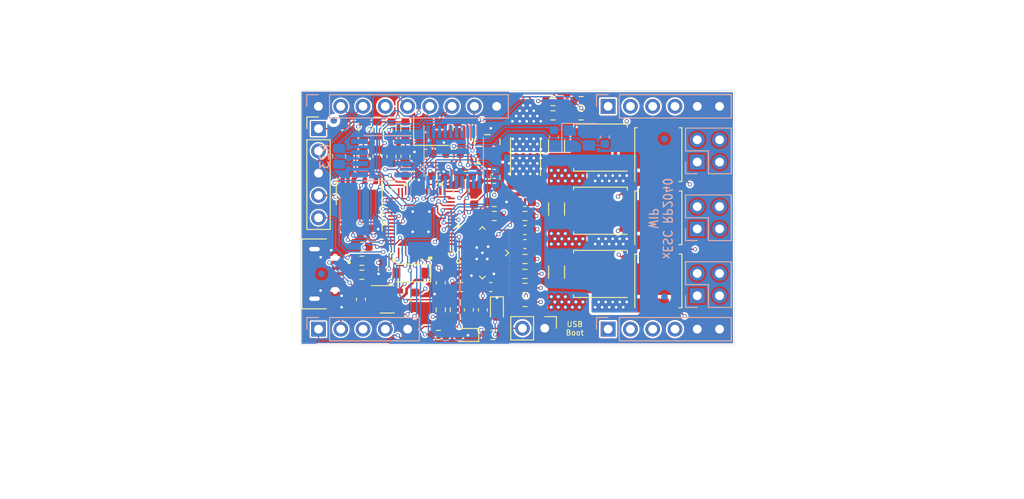
<source format=kicad_pcb>
(kicad_pcb (version 20211014) (generator pcbnew)
  (layers (0 "F.Cu" signal) (1 "In1.Cu" signal "GND") (2 "In2.Cu" signal "VM") (31 "B.Cu" signal) (34 "B.Paste" user) (35 "F.Paste" user) (36 "B.SilkS" user "B.Silkscreen") (37 "F.SilkS" user "F.Silkscreen") (38 "B.Mask" user) (39 "F.Mask" user) (44 "Edge.Cuts" user))
  (property "git_version" "WIP")
  (net 0 "")
  (net 1 "Net-(Q1-Pad4)")
  (net 2 "GND")
  (net 3 "Net-(Q2-Pad4)")
  (net 4 "Net-(Q3-Pad4)")
  (net 5 "Net-(Q4-Pad4)")
  (net 6 "Net-(Q5-Pad4)")
  (net 7 "Net-(Q6-Pad4)")
  (net 8 "/Power/HSU")
  (net 9 "/Power/LSU")
  (net 10 "/Power/HSV")
  (net 11 "/Power/LSV")
  (net 12 "/Power/HSW")
  (net 13 "/Power/LSW")
  (net 14 "/MCU/Xin")
  (net 15 "/MCU/1.1V")
  (net 16 "Net-(D2-Pad2)")
  (net 17 "+3V3")
  (net 18 "+5V")
  (net 19 "/MCU/Reset")
  (net 20 "/MCU/WL")
  (net 21 "/MCU/WH")
  (net 22 "/MCU/VL")
  (net 23 "/MCU/VH")
  (net 24 "/MCU/UL")
  (net 25 "/MCU/UH")
  (net 26 "/MCU/SWDCLK")
  (net 27 "/MCU/SWDIO")
  (net 28 "/TEMP_MOTOR")
  (net 29 "/HALL1")
  (net 30 "/HALL2")
  (net 31 "/HALL3")
  (net 32 "Net-(D3-Pad2)")
  (net 33 "Net-(J2-Pad3)")
  (net 34 "Net-(J2-Pad2)")
  (net 35 "/USB_DM")
  (net 36 "/USB_DP")
  (net 37 "/LED_GREEN")
  (net 38 "/LED_RED")
  (net 39 "/VM")
  (net 40 "/V_M_FILTERED")
  (net 41 "/PCB_TEMP")
  (net 42 "Net-(D1-Pad2)")
  (net 44 "/MCU/Xout")
  (net 45 "/MCU/QSPI_SD1")
  (net 46 "/MCU/QSPI_SD2")
  (net 47 "/MCU/QSPI_SD0")
  (net 48 "/MCU/QSPI_SD3")
  (net 50 "/MCU/CURRENT_SENSE")
  (net 51 "/Power/DRV_U")
  (net 52 "/Power/DRV_V")
  (net 53 "/Power/DRV_W")
  (net 54 "/MCU/SHUTDOWN")
  (net 55 "/MCU/UART_TX")
  (net 57 "/MCU/UART_RX")
  (net 58 "/Power/MOSFET/MOSFET_GND")
  (net 66 "/CAN/SCK")
  (net 68 "/CAN/MOSI")
  (net 69 "/CAN/MISO")
  (net 70 "/CAN/~{CS}")
  (net 71 "/CAN/INT")
  (net 72 "/CAN_P")
  (net 73 "/CAN_N")
  (net 74 "Net-(C6-Pad2)")
  (net 75 "Net-(C21-Pad2)")
  (net 76 "Net-(C22-Pad2)")
  (net 77 "Net-(C23-Pad2)")
  (net 78 "Net-(C28-Pad2)")
  (net 79 "Net-(C29-Pad2)")
  (net 80 "Net-(J5-Pad2)")
  (net 81 "Net-(R13-Pad2)")
  (net 82 "Net-(R17-Pad1)")
  (net 83 "Net-(R24-Pad2)")
  (net 92 "Net-(U1-Pad52)")
  (net 93 "Net-(U6-Pad1)")
  (net 94 "Net-(U6-Pad4)")
  (footprint "Resistor_SMD:R_0603_1608Metric" (layer "F.Cu") (at 254.6 118.2 180)
    (fp_text reference "R19" hide)
    (fp_text value "2R2")
  )
  (footprint "Resistor_SMD:R_0603_1608Metric" (layer "F.Cu") (at 254.6 126.4 180)
    (fp_text reference "R20" hide)
    (fp_text value "2R2")
  )
  (footprint "Resistor_SMD:R_0603_1608Metric" (layer "F.Cu") (at 251.1 118.2 180)
    (fp_text reference "R21" hide)
    (fp_text value "2R2")
  )
  (footprint "Resistor_SMD:R_0603_1608Metric" (layer "F.Cu") (at 254.6 124.8 180)
    (fp_text reference "R22" hide)
    (fp_text value "2R2")
  )
  (footprint "Capacitor_SMD:C_0603_1608Metric" (layer "F.Cu") (at 248.8 116.1 90)
    (fp_text reference "C15" hide)
    (fp_text value ".1uF")
  )
  (footprint "Capacitor_SMD:C_0603_1608Metric" (layer "F.Cu") (at 238.4 124.3 -90)
    (fp_text reference "C11" hide)
    (fp_text value ".1uF")
  )
  (footprint "Capacitor_SMD:C_0603_1608Metric" (layer "F.Cu") (at 244.76 113.61)
    (fp_text reference "C12" hide)
    (fp_text value ".1uF")
  )
  (footprint "Capacitor_SMD:C_0603_1608Metric" (layer "F.Cu") (at 249.8 128.9 -90)
    (fp_text reference "C13" hide)
    (fp_text value ".1uF")
  )
  (footprint "Resistor_SMD:R_0603_1608Metric" (layer "F.Cu") (at 254.6 128 180)
    (fp_text reference "R16" hide)
    (fp_text value "2R2")
  )
  (footprint "Capacitor_SMD:C_0603_1608Metric" (layer "F.Cu") (at 235.9 127.7 -90)
    (fp_text reference "C24" hide)
    (fp_text value "4.7uF/16V")
  )
  (footprint "Connector_PinHeader_2.54mm:PinHeader_1x05_P2.54mm_Vertical" (layer "F.Cu") (at 231.06 108.24)
    (fp_text reference "J3" hide)
    (fp_text value "Conn_01x05_Male")
  )
  (footprint "LED_SMD:LED_0603_1608Metric" (layer "F.Cu") (at 251.4 128.9 -90)
    (fp_text reference "D2" hide)
    (fp_text value "LED GREEN")
  )
  (footprint "LED_SMD:LED_0603_1608Metric" (layer "F.Cu") (at 247.84 131.76 180)
    (fp_text reference "D3" hide)
    (fp_text value "LED RED")
  )
  (footprint "Resistor_SMD:R_0603_1608Metric" (layer "F.Cu") (at 250.94 131.76)
    (fp_text reference "R10" hide)
    (fp_text value "150R")
  )
  (footprint "Resistor_SMD:R_0603_1608Metric" (layer "F.Cu") (at 244.74 131.76)
    (fp_text reference "R11" hide)
    (fp_text value "150R")
  )
  (footprint "Resistor_SMD:R_0603_1608Metric" (layer "F.Cu") (at 257.8 105.1)
    (fp_text reference "R7" hide)
    (fp_text value "22k")
  )
  (footprint "Resistor_SMD:R_0603_1608Metric" (layer "F.Cu") (at 261 105.1)
    (fp_text reference "R8" hide)
    (fp_text value "1k5")
  )
  (footprint "Capacitor_SMD:C_0603_1608Metric" (layer "F.Cu") (at 254.6 119.8 180)
    (fp_text reference "C22" hide)
    (fp_text value "470nF/16V")
  )
  (footprint "Capacitor_SMD:C_0603_1608Metric" (layer "F.Cu") (at 254.6 116.6 180)
    (fp_text reference "C21" hide)
    (fp_text value "470nF/16V")
  )
  (footprint "Capacitor_SMD:C_0603_1608Metric" (layer "F.Cu") (at 254.6 121.4 180)
    (fp_text reference "C23" hide)
    (fp_text value "470nF/16V")
  )
  (footprint "Resistor_SMD:R_0603_1608Metric" (layer "F.Cu") (at 254.6 123.1 180)
    (fp_text reference "R15" hide)
    (fp_text value "2R2")
  )
  (footprint "Capacitor_SMD:C_1206_3216Metric" (layer "F.Cu") (at 258.2 124.6 90)
    (fp_text reference "C18" hide)
    (fp_text value "2.2uF/50V")
  )
  (footprint "Capacitor_SMD:C_1206_3216Metric" (layer "F.Cu") (at 258.2 117.4 90)
    (fp_text reference "C26" hide)
    (fp_text value "2.2uF/50V")
  )
  (footprint "Package_TO_SOT_SMD:TDSON-8-1" (layer "F.Cu") (at 263.2 124.8 180)
    (fp_text reference "Q1" hide)
    (fp_text value "BSC026N08NS5")
  )
  (footprint "Package_TO_SOT_SMD:TDSON-8-1" (layer "F.Cu") (at 263.2 117.6 180)
    (fp_text reference "Q3" hide)
    (fp_text value "BSC026N08NS5")
  )
  (footprint "Package_TO_SOT_SMD:TDSON-8-1" (layer "F.Cu") (at 263.2 110.4 180)
    (fp_text reference "Q5" hide)
    (fp_text value "BSC026N08NS5")
  )
  (footprint "USB:XKB_U254-051T-4BH83-F1S" (layer "F.Cu") (at 230.6 124.8 -90)
    (fp_text reference "J2" hide)
    (fp_text value "U254-051T-4BH83-F1S")
  )
  (footprint "Diode_SMD:D_SOD-123" (layer "F.Cu") (at 241.6 124.7 180)
    (fp_text reference "D1" hide)
    (fp_text value "D_Schottky")
  )
  (footprint "Resistor_SMD:R_0603_1608Metric" (layer "F.Cu") (at 236 124.9 180)
    (fp_text reference "R3" hide)
    (fp_text value "22R")
  )
  (footprint "Resistor_SMD:R_0603_1608Metric" (layer "F.Cu") (at 236 123.3 180)
    (fp_text reference "R2" hide)
    (fp_text value "22R")
  )
  (footprint "Package_TO_SOT_SMD:TDSON-8-1" (layer "F.Cu") (at 269.8 111.2 90)
    (fp_text reference "Q6" hide)
    (fp_text value "BSC026N08NS5")
  )
  (footprint "Package_TO_SOT_SMD:TDSON-8-1" (layer "F.Cu") (at 269.8 118.4 90)
    (fp_text reference "Q4" hide)
    (fp_text value "BSC026N08NS5")
  )
  (footprint "Package_TO_SOT_SMD:TDSON-8-1" (layer "F.Cu") (at 269.8 125.6 90)
    (fp_text reference "Q2" hide)
    (fp_text value "BSC026N08NS5")
  )
  (footprint "Capacitor_SMD:C_1206_3216Metric" (layer "F.Cu") (at 258.2 110.2 90)
    (fp_text reference "C27" hide)
    (fp_text value "2.2uF/50V")
  )
  (footprint "Capacitor_SMD:C_0603_1608Metric" (layer "F.Cu") (at 247.353096 126.3)
    (fp_text reference "C19" hide)
    (fp_text value "100nF")
  )
  (footprint "Package_TO_SOT_SMD:SOT-23-5" (layer "F.Cu") (at 238.9 127.7)
    (fp_text reference "U5" hide)
    (fp_text value "XC6220B331MR")
  )
  (footprint "Capacitor_SMD:C_0603_1608Metric" (layer "F.Cu") (at 245 125.8 -90)
    (fp_text reference "C14" hide)
    (fp_text value ".1uF")
  )
  (footprint "Resistor_SMD:R_0603_1608Metric" (layer "F.Cu") (at 237.775 108.3 -90)
    (fp_text reference "R4" hide)
    (fp_text value "2k2")
  )
  (footprint "Resistor_SMD:R_0603_1608Metric" (layer "F.Cu") (at 239.375 108.3 -90)
    (fp_text reference "R5" hide)
    (fp_text value "2k2")
  )
  (footprint "Capacitor_SMD:C_0603_1608Metric" (layer "F.Cu") (at 236.175 111.4 -90)
    (fp_text reference "C1" hide)
    (fp_text value ".1uF")
  )
  (footprint "Capacitor_SMD:C_0603_1608Metric" (layer "F.Cu") (at 237.775 111.4 -90)
    (fp_text reference "C2" hide)
    (fp_text value ".1uF")
  )
  (footprint "Capacitor_SMD:C_0603_1608Metric" (layer "F.Cu") (at 239.375 111.4 -90)
    (fp_text reference "C3" hide)
    (fp_text value ".1uF")
  )
  (footprint "Resistor_SMD:R_0603_1608Metric" (layer "F.Cu") (at 240.975 108.3 -90)
    (fp_text reference "R6" hide)
    (fp_text value "2k2")
  )
  (footprint "Resistor_SMD:R_0603_1608Metric" (layer "F.Cu") (at 236.175 108.3 -90)
    (fp_text reference "R1" hide)
    (fp_text value "10K")
  )
  (footprint "Capacitor_SMD:C_0603_1608Metric" (layer "F.Cu") (at 240.975 111.4 -90)
    (fp_text reference "C4" hide)
    (fp_text value ".1uF")
  )
  (footprint "Resistor_SMD:R_0603_1608Metric" (layer "F.Cu") (at 257.8 106.725 180)
    (fp_text reference "R9" hide)
    (fp_text value "10K")
  )
  (footprint "Resistor_SMD:R_0603_1608Metric" (layer "F.Cu") (at 261 106.725 180)
    (fp_text reference "TH1" hide)
    (fp_text value "Thermistor_NTC")
  )
  (footprint "Fiducial:Fiducial_0.75mm_Mask1.5mm" (layer "F.Cu") (at 275.5 129.4)
    (fp_text reference "FID5" hide)
    (fp_text value "Fiducial")
  )
  (footprint "Fiducial:Fiducial_0.75mm_Mask1.5mm" (layer "F.Cu") (at 275.5 107.4)
    (fp_text reference "FID1" hide)
    (fp_text value "Fiducial" hide)
  )
  (footprint "Fiducial:Fiducial_0.75mm_Mask1.5mm" (layer "F.Cu") (at 234.9 129.8)
    (fp_text reference "FID2" hide)
    (fp_text value "Fiducial")
  )
  (footprint "Fiducial:Fiducial_0.75mm_Mask1.5mm" (layer "F.Cu") (at 232.8 107.3)
    (fp_text reference "FID4" hide)
    (fp_text value "Fiducial")
  )
  (footprint "DRV8300:VQFN-24-1EP_4x4mm_P0.5mm_EP2.45x2.45mm" (layer "F.Cu") (at 249.74142 122.4 45)
    (fp_text reference "U3" hide)
    (fp_text value "DRV8300DRGER" hide)
  )
  (footprint "Resistor_SMD:R_2512_6332Metric" (layer "F.Cu") (at 254.66 111.435 90)
    (fp_text reference "R18" hide)
    (fp_text value "3mR")
  )
  (footprint "Capacitor_SMD:C_0603_1608Metric" (layer "F.Cu") (at 242.1 127.7 -90)
    (fp_text reference "C25" hide)
    (fp_text value "4.7uF/16V")
  )
  (footprint "Capacitor_SMD:C_0603_1608Metric" (layer "F.Cu") (at 251.1 113.4)
    (fp_text reference "C20" hide)
    (fp_text value ".1uF")
  )
  (footprint "Crystal:Crystal_SMD_3225-4Pin_3.2x2.5mm" (layer "F.Cu") (at 243.9 108.5)
    (fp_text reference "Y1" hide)
    (fp_text value "12MHz")
  )
  (footprint "Package_SON:WSON-8-1EP_6x5mm_P1.27mm_EP3.4x4.3mm" (layer "F.Cu") (at 235.7 116.9 90)
    (fp_text reference "U2" hide)
    (fp_text value "W25Q128JVP")
  )
  (footprint "Capacitor_SMD:C_0603_1608Metric" (layer "F.Cu") (at 251.1 115)
    (fp_text reference "C17" hide)
    (fp_text value "1uF")
  )
  (footprint "Capacitor_SMD:C_0603_1608Metric" (layer "F.Cu") (at 243.3 111.1)
    (fp_text reference "C6" hide)
    (fp_text value "27pF")
  )
  (footprint "Resistor_SMD:R_0603_1608Metric" (layer "F.Cu") (at 251.1 116.6)
    (fp_text reference "R17" hide)
    (fp_text value "DNP")
  )
  (footprint "Capacitor_SMD:C_0603_1608Metric" (layer "F.Cu") (at 250.7 126.3)
    (fp_text reference "C8" hide)
    (fp_text value ".1uF")
  )
  (footprint "Resistor_SMD:R_0603_1608Metric" (layer "F.Cu") (at 246.6 128.9 90)
    (fp_text reference "R13" hide)
    (fp_text value "1K")
  )
  (footprint "Capacitor_SMD:C_0603_1608Metric" (layer "F.Cu") (at 241.72 113.61)
    (fp_text reference "C7" hide)
    (fp_text value "1uF")
  )
  (footprint "Resistor_SMD:R_0603_1608Metric" (layer "F.Cu") (at 246.4 111.1)
    (fp_text reference "R12" hide)
    (fp_text value "1K")
  )
  (footprint "Capacitor_SMD:C_0603_1608Metric" (layer "F.Cu") (at 246.9 108.3 90)
    (fp_text reference "C5" hide)
    (fp_text value "27pF")
  )
  (footprint "Capacitor_SMD:C_0603_1608Metric" (layer "F.Cu") (at 236 121.7 180)
    (fp_text reference "C16" hide)
    (fp_text value ".1uF")
  )
  (footprint "Connector_PinHeader_2.54mm:PinHeader_1x02_P2.54mm_Vertical" (layer "F.Cu") (at 256.85 131 -90)
    (fp_text reference "J5" hide)
    (fp_text value "Conn_01x02")
  )
  (footprint "INA180:SOT95P280X145-5N" (layer "F.Cu") (at 250.3 109.73 90)
    (fp_text reference "U4" hide)
    (fp_text value "INA180A4")
  )
  (footprint "Resistor_SMD:R_0603_1608Metric" (layer "F.Cu") (at 245 128.9 -90)
    (fp_text reference "R14" hide)
    (fp_text value "10K")
  )
  (footprint "xESC2:RP2040" (layer "F.Cu") (at 242.8 118.799999 90)
    (fp_text reference "U1" hide)
    (fp_text value "RP2040" hide)
  )
  (footprint "Capacitor_SMD:C_0603_1608Metric" (layer "F.Cu") (at 248.2 128.9 -90)
    (fp_text reference "C9" hide)
    (fp_text value ".1uF")
  )
  (footprint "Capacitor_SMD:C_0603_1608Metric" (layer "F.Cu") (at 247.8 113.61 180)
    (fp_text reference "C10" hide)
    (fp_text value ".1uF")
  )
  (footprint "Connector_PinHeader_2.54mm:PinHeader_1x05_P2.54mm_Vertical" (layer "B.Cu") (at 231.06 131.1 -90)
    (fp_text reference "J4" hide)
    (fp_text value "Conn_01x05_Male")
  )
  (footprint "Connector_PinHeader_2.54mm:PinHeader_1x06_P2.54mm_Vertical" (layer "B.Cu") (at 264.08 105.7 -90)
    (fp_text reference "J7" hide)
    (fp_text value "Conn_01x06_Male")
  )
  (footprint "Connector_PinHeader_2.54mm:PinHeader_1x06_P2.54mm_Vertical" (layer "B.Cu") (at 264.08 131.1 -90)
    (fp_text reference "J8" hide)
    (fp_text value "Conn_01x06_Male")
  )
  (footprint "Connector_PinHeader_2.54mm:PinHeader_2x02_P2.54mm_Vertical" (layer "B.Cu") (at 274.24 112.05)
    (fp_text reference "J10" hide)
    (fp_text value "Conn_02x02_Counter_Clockwise")
  )
  (footprint "Connector_PinHeader_2.54mm:PinHeader_2x02_P2.54mm_Vertical" (layer "B.Cu") (at 274.24 119.67)
    (fp_text reference "J9" hide)
    (fp_text value "Conn_02x02_Counter_Clockwise")
  )
  (footprint "Connector_PinHeader_2.54mm:PinHeader_2x02_P2.54mm_Vertical" (layer "B.Cu") (at 274.24 127.29)
    (fp_text reference "J6" hide)
    (fp_text value "Conn_02x02_Counter_Clockwise")
  )
  (footprint "Fiducial:Fiducial_0.75mm_Mask1.5mm" (layer "B.Cu") (at 270.5 127.4)
    (fp_text reference "FID3" hide)
    (fp_text value "Fiducial")
  )
  (footprint "Fiducial:Fiducial_0.75mm_Mask1.5mm" (layer "B.Cu") (at 231.4 124.8)
    (fp_text reference "FID6" hide)
    (fp_text value "Fiducial")
  )
  (footprint "Fiducial:Fiducial_0.75mm_Mask1.5mm" (layer "B.Cu") (at 270.5 109.4)
    (fp_text reference "FID7" hide)
    (fp_text value "Fiducial")
  )
  (footprint "Fiducial:Fiducial_0.75mm_Mask1.5mm" (layer "B.Cu") (at 232.8 107.3)
    (fp_text reference "FID8" hide)
    (fp_text value "Fiducial")
  )
  (footprint "Package_SO:TSSOP-20_4.4x6.5mm_P0.65mm" (layer "B.Cu") (at 246.47 111.464524 -90)
    (fp_text reference "U7" hide)
    (fp_text value "MCP2515-xST")
  )
  (footprint "Resistor_SMD:R_0805_2012Metric" (layer "B.Cu") (at 233.4 111.4 -90)
    (fp_text reference "R23")
    (fp_text value "120R")
  )
  (footprint "Package_SO:SOIC-8_3.9x4.9mm_P1.27mm" (layer "B.Cu") (at 238.2 111.6 180)
    (fp_text reference "U6" hide)
    (fp_text value "SN65HVD232")
  )
  (footprint "Capacitor_SMD:C_0603_1608Metric" (layer "B.Cu") (at 257.9 109.2 90)
    (fp_text reference "C29" hide)
    (fp_text value "27pF")
  )
  (footprint "Connector_PinHeader_2.54mm:PinHeader_1x09_P2.54mm_Vertical" (layer "B.Cu") (at 231.05 105.7 -90)
    (fp_text reference "J1" hide)
    (fp_text value "Conn_01x09_Male" hide)
  )
  (footprint "Crystal:Crystal_SMD_3225-4Pin_3.2x2.5mm" (layer "B.Cu") (at 260.8 109.3)
    (fp_text reference "Y2" hide)
    (fp_text value "Crystal_GND24")
  )
  (footprint "Capacitor_SMD:C_0603_1608Metric" (layer "B.Cu") (at 263.7 109.2 -90)
    (fp_text reference "C28" hide)
    (fp_text value "27pF")
  )
  (footprint "Resistor_SMD:R_0603_1608Metric" (layer "B.Cu") (at 251.2 113.8 90)
    (fp_text reference "R24" hide)
    (fp_text value "10K")
  )
  (gr_circle (center 247 123.376394) (end 247.1 123.576394) (layer "F.SilkS") (width 0.12) (fill none))
  (gr_line (start 229 103.9) (end 278.5 103.9) (layer "Edge.Cuts") (width 0.05))
  (gr_line (start 278.5 103.9) (end 278.5 132.9) (layer "Edge.Cuts") (width 0.05))
  (gr_line (start 229 132.9) (end 229 103.9) (layer "Edge.Cuts") (width 0.05))
  (gr_line (start 278.5 132.9) (end 229 132.9) (layer "Edge.Cuts") (width 0.05))
  (gr_text "xESC RP2040\n${git_version}" (at 270.025 118.475 270) (layer "B.SilkS") (effects (font (size 1 0.9)) (justify mirror)))
  (gr_text "USB\nBoot" (at 260.275 131.025) (layer "F.SilkS") (effects (font (size 0.6 0.6) (thickness 0.1))))
  (segment (start 256 123.1) (end 255.425 123.1) (width 0.1525) (layer "F.Cu") (net 1))
  (segment (start 266.1 122.895) (end 265.595 122.895) (width 0.1525) (layer "F.Cu") (net 1))
  (segment (start 265.595 122.895) (end 265.3 122.6) (width 0.1525) (layer "F.Cu") (net 1))
  (via (at 265.3 122.6) (size 0.48) (drill 0.3) (layers "F.Cu" "B.Cu") (net 1))
  (via (at 256 123.1) (size 0.48) (drill 0.3) (layers "F.Cu" "B.Cu") (net 1))
  (segment (start 237.705 119.7) (end 237.605 119.6) (width 0.1525) (layer "F.Cu") (net 2))
  (segment (start 248.8 115.325) (end 248.8 115.025) (width 0.1525) (layer "F.Cu") (net 2))
  (segment (start 240.975 112.175) (end 240.775 112.175) (width 0.1525) (layer "F.Cu") (net 2))
  (segment (start 242.495 113.61) (end 242.475 113.59) (width 0.1525) (layer "F.Cu") (net 2))
  (segment (start 246.925 113.7) (end 246.925 113.075) (width 0.1525) (layer "F.Cu") (net 2))
  (segment (start 245.475 113.285) (end 245.33 113.14) (width 0.1525) (layer "F.Cu") (net 2))
  (segment (start 238.4 125.075) (end 238.175 125.075) (width 0.1525) (layer "F.Cu") (net 2))
  (segment (start 248.14 131.76) (end 248.1 131.8) (width 0.1525) (layer "F.Cu") (net 2))
  (segment (start 239.375 112.175) (end 237.775 112.175) (width 0.1525) (layer "F.Cu") (net 2))
  (segment (start 248.8 115.025) (end 249.625 114.2) (width 0.1525) (layer "F.Cu") (net 2))
  (segment (start 237.61 119.605) (end 237.605 119.6) (width 0.1525) (layer "F.Cu") (net 2))
  (segment (start 242.5 113.615) (end 242.495 113.61) (width 0.1525) (layer "F.Cu") (net 2))
  (segment (start 248.6275 131.76) (end 248.14 131.76) (width 0.1525) (layer "F.Cu") (net 2))
  (segment (start 235.225 121.7) (end 233.15 121.7) (width 0.1525) (layer "F.Cu") (net 2))
  (segment (start 251.4 128.1125) (end 251.4 127.5) (width 0.1525) (layer "F.Cu") (net 2))
  (segment (start 242.8 118.8) (end 242.8 118.7) (width 0.1525) (layer "F.Cu") (net 2))
  (segment (start 251.475 125.225) (end 251.05 124.8) (width 0.1525) (layer "F.Cu") (net 2))
  (segment (start 243.177469 107.65) (end 245.354178 109.826709) (width 0.1525) (layer "F.Cu") (net 2))
  (segment (start 248.866375 124.343625) (end 248.49 124.72) (width 0.1525) (layer "F.Cu") (net 2))
  (segment (start 242.5 114.1) (end 242.5 113.615) (width 0.1525) (layer "F.Cu") (net 2))
  (segment (start 248.49 124.99) (end 248.5 125) (width 0.1525) (layer "F.Cu") (net 2))
  (segment (start 249.625 114.2) (end 251.075 114.2) (width 0.1525) (layer "F.Cu") (net 2))
  (segment (start 235.9 128.475) (end 235.9 128.3) (width 0.1525) (layer "F.Cu") (net 2))
  (segment (start 246.925 113.7) (end 246.925 113.525) (width 0.1525) (layer "F.Cu") (net 2))
  (segment (start 242.8 118.7) (end 241.8 117.7) (width 0.1525) (layer "F.Cu") (net 2))
  (segment (start 250.590828 124.340828) (end 251.05 124.8) (width 0.1525) (layer "F.Cu") (net 2))
  (segment (start 250.975 108.475) (end 250.7 108.2) (width 0.1525) (layer "F.Cu") (net 2))
  (segment (start 250.237276 124.663623) (end 250.673653 125.1) (width 0.1525) (layer "F.Cu") (net 2))
  (segment (start 248.49 124.72) (end 248.49 124.99) (width 0.1525) (layer "F.Cu") (net 2))
  (segment (start 248.91 125) (end 248.5 125) (width 0.1525) (layer "F.Cu") (net 2))
  (segment (start 248.866375 124.335705) (end 248.866375 124.343625) (width 0.1525) (layer "F.Cu") (net 2))
  (segment (start 245.475 113.59) (end 245.475 113.285) (width 0.1525) (layer "F.Cu") (net 2))
  (segment (start 250.75 125.1) (end 251.05 124.8) (width 0.1525) (layer "F.Cu") (net 2))
  (segment (start 241.525 112.175) (end 240.975 112.175) (width 0.1525) (layer "F.Cu") (net 2))
  (segment (start 251.475 126.3) (end 251.475 125.225) (width 0.1525) (layer "F.Cu") (net 2))
  (segment (start 246.925 113.075) (end 246.78 112.93) (width 0.1525) (layer "F.Cu") (net 2))
  (segment (start 237.86 119.7) (end 237.705 119.7) (width 0.1525) (layer "F.Cu") (net 2))
  (segment (start 233.825 128.475) (end 233.7 128.6) (width 0.1525) (layer "F.Cu") (net 2))
  (segment (start 251.075 114.2) (end 251.875 113.4) (width 0.1525) (layer "F.Cu") (net 2))
  (segment (start 237.435 112.175) (end 237.775 112.175) (width 0.1525) (layer "F.Cu") (net 2))
  (segment (start 245.375 113.7) (end 245.375 113.215) (width 0.1525) (layer "F.Cu") (net 2))
  (segment (start 242.8 107.65) (end 243.177469 107.65) (width 0.1525) (layer "F.Cu") (net 2))
  (segment (start 238.175 125.075) (end 237.9 124.8) (width 0.1525) (layer "F.Cu") (net 2))
  (segment (start 242 110.9) (end 242.325 110.9) (width 0.1525) (layer "F.Cu") (net 2))
  (segment (start 244.825 126.575) (end 244.3 127.1) (width 0.1525) (layer "F.Cu") (net 2))
  (segment (start 245 126.575) (end 244.825 126.575) (width 0.1525) (layer "F.Cu") (net 2))
  (segment (start 248.128096 125.371904) (end 248.5 125) (width 0.1525) (layer "F.Cu") (net 2))
  (segment (start 249.219929 124.690071) (end 248.91 125) (width 0.1525) (layer "F.Cu") (net 2))
  (segment (start 236.91 111.65) (end 237.435 112.175) (width 0.1525) (layer "F.Cu") (net 2))
  (segment (start 246.9 109.075) (end 246.105887 109.075) (width 0.1525) (layer "F.Cu") (net 2))
  (segment (start 242.475 113.125) (end 241.525 112.175) (width 0.1525) (layer "F.Cu") (net 2))
  (segment (start 235.9 128.3) (end 236.5 127.7) (width 0.1525) (layer "F.Cu") (net 2))
  (segment (start 235.9 128.475) (end 233.825 128.475) (width 0.1525) (layer "F.Cu") (net 2))
  (segment (start 236.5 127.7) (end 237.7625 127.7) (width 0.1525) (layer "F.Cu") (net 2))
  (segment (start 250.673653 125.1) (end 250.75 125.1) (width 0.1525) (layer "F.Cu") (net 2))
  (segment (start 251.925 116.6) (end 252.5 116.6) (width 0.1525) (layer "F.Cu") (net 2))
  (segment (start 248.128096 126.3) (end 248.128096 125.371904) (width 0.1525) (layer "F.Cu") (net 2))
  (segment (start 246.105887 109.075) (end 245.354178 109.826709) (width 0.1525) (layer "F.Cu") (net 2))
  (segment (start 242.475 113.59) (end 242.475 113.125) (width 0.1525) (layer "F.Cu") (net 2))
  (segment (start 250.590828 124.31007) (end 250.590828 124.340828) (width 0.1525) (layer "F.Cu") (net 2))
  (segment (start 242.325 110.9) (end 242.525 111.1) (width 0.1525) (layer "F.Cu") (net 2))
  (segment (start 249.219929 124.689258) (end 249.219929 124.690071) (width 0.1525) (layer "F.Cu") (net 2))
  (segment (start 251.25 108.475) (end 250.975 108.475) (width 0.1525) (layer "F.Cu") (net 2))
  (via (at 256 110) (size 0.48) (drill 0.3) (layers "F.Cu" "B.Cu") (net 2))
  (via (at 241.8 120) (size 0.48) (drill 0.3) (layers "F.Cu" "B.Cu") (net 2))
  (via (at 252.5 116.6) (size 0.48) (drill 0.3) (layers "F.Cu" "B.Cu") (net 2))
  (via (at 253.6 106.8) (size 0.48) (drill 0.3) (layers "F.Cu" "B.Cu") (net 2))
  (via (at 244.3 127.1) (size 0.48) (drill 0.3) (layers "F.Cu" "B.Cu") (net 2))
  (via (at 253.2 110.6) (size 0.48) (drill 0.3) (layers "F.Cu" "B.Cu") (net 2))
  (via (at 249.1 121.8) (size 0.48) (drill 0.3) (layers "F.Cu" "B.Cu") (net 2))
  (via (at 249.74142 122.4) (size 0.48) (drill 0.3) (layers "F.Cu" "B.Cu") (net 2))
  (via (at 256 106.8) (size 0.48) (drill 0.3) (layers "F.Cu" "B.Cu") (net 2))
  (via (at 254.8 110.6) (size 0.48) (drill 0.3) (layers "F.Cu" "B.Cu") (net 2))
  (via (at 254.8 109.4) (size 0.48) (drill 0.3) (layers "F.Cu" "B.Cu") (net 2))
  (via (at 254.8 107.4) (size 0.48) (drill 0.3) (layers "F.Cu" "B.Cu") (net 2))
  (via (at 254.4 110) (size 0.48) (drill 0.3) (layers "F.Cu" "B.Cu") (net 2))
  (via (at 243.7 117.7) (size 0.48) (drill 0.3) (layers "F.Cu" "B.Cu") (net 2))
  (via (at 255.6 110.6) (size 0.48) (drill 0.3) (layers "F.Cu" "B.Cu") (net 2))
  (via (at 255.2 106.8) (size 0.48) (drill 0.3) (layers "F.Cu" "B.Cu") (net 2))
  (via (at 233.7 128.6) (size 0.48) (drill 0.3) (layers "F.Cu" "B.Cu") (net 2))
  (via (at 232.5 122.1) (size 0.48) (drill 0.3) (layers "F.Cu" "B.Cu") (net 2))
  (via (at 256.4 109.4) (size 0.48) (drill 0.3) (layers "F.Cu" "B.Cu") (net 2))
  (via (at 245.354178 109.826709) (size 0.48) (drill 0.3) (layers "F.Cu" "B.Cu") (net 2))
  (via (at 253.997866 110.595594) (size 0.48) (drill 0.3) (layers "F.Cu" "B.Cu") (net 2))
  (via (at 237.9 124.8) (size 0.48) (drill 0.3) (layers "F.Cu" "B.Cu") (net 2))
  (via (at 254.4 106.8) (size 0.48) (drill 0.3) (layers "F.Cu" "B.Cu") (net 2))
  (via (at 236.91 111.65) (size 0.48) (drill 0.3) (layers "F.Cu" "B.Cu") (net 2))
  (via (at 254.8 106.2) (size 0.48) (drill 0.3) (layers "F.Cu" "B.Cu") (net 2))
  (via (at 250.7 108.2) (size 0.48) (drill 0.3) (layers "F.Cu" "B.Cu") (net 2))
  (via (at 231.3 126.7) (size 0.48) (drill 0.3) (layers "F.Cu" "B.Cu") (net 2))
  (via (at 245.33 113.14) (size 0.48) (drill 0.3) (layers "F.Cu" "B.Cu") (net 2))
  (via (at 253.2 109.4) (size 0.48) (drill 0.3) (layers "F.Cu" "B.Cu") (net 2))
  (via (at 255.6 109.4) (size 0.48) (drill 0.3) (layers "F.Cu" "B.Cu") (net 2))
  (via (at 242 110.9) (size 0.48) (drill 0.3) (layers "F.Cu" "B.Cu") (net 2))
  (via (at 253.16285 107.402137) (size 0.48) (drill 0.3) (layers "F.Cu" "B.Cu") (net 2))
  (via (at 248.1 131.8) (size 0.48) (drill 0.3) (layers "F.Cu" "B.Cu") (net 2))
  (via (at 256.4 110.6) (size 0.48) (drill 0.3) (layers "F.Cu" "B.Cu") (net 2))
  (via (at 243.6 120) (size 0.48) (drill 0.3) (layers "F.Cu" "B.Cu") (net 2))
  (via (at 254 107.4) (size 0.48) (drill 0.3) (layers "F.Cu" "B.Cu") (net 2))
  (via (at 254 109.4) (size 0.48) (drill 0.3) (layers "F.Cu" "B.Cu") (net 2))
  (via (at 246.78 112.93) (size 0.48) (drill 0.3) (layers "F.Cu" "B.Cu") (net 2))
  (via (at 255.2 105.6) (size 0.48) (drill 0.3) (layers "F.Cu" "B.Cu") (net 2))
  (via (at 249.1 123.1) (size 0.48) (drill 0.3) (layers "F.Cu" "B.Cu") (net 2))
  (via (at 251.4 127.5) (size 0.48) (drill 0.3) (layers "F.Cu" "B.Cu") (net 2))
  (via (at 255.6 107.4) (size 0.48) (drill 0.3) (layers "F.Cu" "B.Cu") (net 2))
  (via (at 242.5 114.1) (size 0.48) (drill 0.3) (layers "F.Cu" "B.Cu") (net 2))
  (via (at 237.86 119.7) (size 0.48) (drill 0.3) (layers "F.Cu" "B.Cu") (net 2))
  (via (at 254 106.2) (size 0.48) (drill 0.3) (layers "F.Cu" "B.Cu") (net 2))
  (via (at 253.6 110) (size 0.48) (drill 0.3) (layers "F.Cu" "B.Cu") (net 2))
  (via (at 256.4 107.4) (size 0.48) (drill 0.3) (layers "F.Cu" "B.Cu") (net 2))
  (via (at 233.7 127.3) (size 0.48) (drill 0.3) (layers "F.Cu" "B.Cu") (net 2))
  (via (at 255.196209 109.996423) (size 0.48) (drill 0.3) (layers "F.Cu" "B.Cu") (net 2))
  (via (at 231.3 122.9) (size 0.48) (drill 0.3) (layers "F.Cu" "B.Cu") (net 2))
  (via (at 255.597782 106.197419) (size 0.48) (drill 0.3) (layers "F.Cu" "B.Cu") (net 2))
  (via (at 254.4 105.6) (size 0.48) (drill 0.3) (layers "F.Cu" "B.Cu") (net 2))
  (via (at 241.8 117.7) (size 0.48) (drill 0.3) (layers "F.Cu" "B.Cu") (net 2))
  (via (at 251.05 124.8) (size 0.48) (drill 0.3) (layers "F.Cu" "B.Cu") (net 2))
  (via (at 250.3 123.1) (size 0.48) (drill 0.3) (layers "F.Cu" "B.Cu") (net 2))
  (via (at 250.4 121.7) (size 0.48) (drill 0.3) (layers "F.Cu" "B.Cu") (net 2))
  (via (at 248.5 125) (size 0.48) (drill 0.3) (layers "F.Cu" "B.Cu") (net 2))
  (segment (start 241.935 110.965) (end 242 110.9) (width 0.1525) (layer "B.Cu") (net 2))
  (segment (start 240.675 110.965) (end 241.935 110.965) (width 0.1525) (layer "B.Cu") (net 2))
  (segment (start 271.705 128.505) (end 272.8 129.6) (width 0.1525) (layer "F.Cu") (net 3))
  (segment (start 255.425 128) (end 256.4 128) (width 0.1525) (layer "F.Cu") (net 3))
  (segment (start 271.705 128.5) (end 271.705 128.505) (width 0.1525) (layer "F.Cu") (net 3))
  (via (at 256.4 128) (size 0.48) (drill 0.3) (layers "F.Cu" "B.Cu") (net 3))
  (via (at 272.8 129.6) (size 0.48) (drill 0.3) (layers "F.Cu" "B.Cu") (net 3))
  (segment (start 255.9 118.2) (end 255.425 118.2) (width 0.1525) (layer "F.Cu") (net 4))
  (segment (start 265.483011 115.695) (end 265.2 115.978011) (width 0.1525) (layer "F.Cu") (net 4))
  (segment (start 266.1 115.695) (end 265.483011 115.695) (width 0.1525) (layer "F.Cu") (net 4))
  (via (at 265.2 115.978011) (size 0.48) (drill 0.3) (layers "F.Cu" "B.Cu") (net 4))
  (via (at 255.9 118.2) (size 0.48) (drill 0.3) (layers "F.Cu" "B.Cu") (net 4))
  (segment (start 255.425 126.4) (end 256.4 126.4) (width 0.1525) (layer "F.Cu") (net 5))
  (segment (start 271.705 121.3) (end 272.9 121.3) (width 0.1525) (layer "F.Cu") (net 5))
  (segment (start 273.6 122) (end 274 122) (width 0.1525) (layer "F.Cu") (net 5))
  (segment (start 272.9 121.3) (end 273.6 122) (width 0.1525) (layer "F.Cu") (net 5))
  (via (at 274 122) (size 0.48) (drill 0.3) (layers "F.Cu" "B.Cu") (net 5))
  (via (at 256.4 126.4) (size 0.48) (drill 0.3) (layers "F.Cu" "B.Cu") (net 5))
  (segment (start 252.22 117.905) (end 251.925 118.2) (width 0.1525) (layer "F.Cu") (net 6))
  (segment (start 252.22 117.8) (end 252.22 117.905) (width 0.1525) (layer "F.Cu") (net 6))
  (segment (start 266.2 108.395) (end 266.1 108.495) (width 0.1525) (layer "F.Cu") (net 6))
  (segment (start 266.2 107.4) (end 266.2 108.395) (width 0.1525) (layer "F.Cu") (net 6))
  (via (at 266.2 107.4) (size 0.48) (drill 0.3) (layers "F.Cu" "B.Cu") (net 6))
  (via (at 252.22 117.8) (size 0.48) (drill 0.3) (layers "F.Cu" "B.Cu") (net 6))
  (segment (start 271.705 114.1) (end 272.9 114.1) (width 0.1525) (layer "F.Cu") (net 7))
  (segment (start 256.4 124.8) (end 256.5 124.8) (width 0.1525) (layer "F.Cu") (net 7))
  (segment (start 272.9 114.1) (end 273.4 114.6) (width 0.1525) (layer "F.Cu") (net 7))
  (segment (start 255.425 124.8) (end 256.4 124.8) (width 0.1525) (layer "F.Cu") (net 7))
  (via (at 273.4 114.6) (size 0.48) (drill 0.3) (layers "F.Cu" "B.Cu") (net 7))
  (via (at 256.5 124.8) (size 0.48) (drill 0.3) (layers "F.Cu" "B.Cu") (net 7))
  (segment (start 252.579144 121.904144) (end 252.005043 121.904144) (width 0.1525) (layer "F.Cu") (net 8))
  (segment (start 253.775 123.1) (end 252.579144 121.904144) (width 0.1525) (layer "F.Cu") (net 8))
  (segment (start 253.775 128) (end 252.6 126.825) (width 0.1525) (layer "F.Cu") (net 9))
  (segment (start 252.6 126.825) (end 252.6 125.5) (width 0.1525) (layer "F.Cu") (net 9))
  (segment (start 251.7 124.6) (end 251.587867 124.6) (width 0.1525) (layer "F.Cu") (net 9))
  (segment (start 251.587867 124.6) (end 250.944383 123.956516) (width 0.1525) (layer "F.Cu") (net 9))
  (segment (start 252.6 125.5) (end 251.7 124.6) (width 0.1525) (layer "F.Cu") (net 9))
  (segment (start 252.89 119.085) (end 253.775 118.2) (width 0.1525) (layer "F.Cu") (net 10))
  (segment (start 251.506593 120.281274) (end 250.944383 120.843484) (width 0.1525) (layer "F.Cu") (net 10))
  (segment (start 251.575181 120.281274) (end 251.506593 120.281274) (width 0.1525) (layer "F.Cu") (net 10))
  (segment (start 252.89 119.26) (end 252.89 119.085) (width 0.1525) (layer "F.Cu") (net 10))
  (via (at 251.575181 120.281274) (size 0.48) (drill 0.3) (layers "F.Cu" "B.Cu") (net 10))
  (via (at 252.89 119.26) (size 0.48) (drill 0.3) (layers "F.Cu" "B.Cu") (net 10))
  (segment (start 252.89 119.26) (end 252.596455 119.26) (width 0.1525) (layer "B.Cu") (net 10))
  (segment (start 252.596455 119.26) (end 251.575181 120.281274) (width 0.1525) (layer "B.Cu") (net 10))
  (segment (start 253 125.8) (end 253 125.3) (width 0.1525) (layer "F.Cu") (net 11))
  (segment (start 253.775 126.4) (end 253.6 126.4) (width 0.1525) (layer "F.Cu") (net 11))
  (segment (start 253.6 126.4) (end 253 125.8) (width 0.1525) (layer "F.Cu") (net 11))
  (segment (start 252.494973 124.8) (end 251.297936 123.602963) (width 0.1525) (layer "F.Cu") (net 11))
  (segment (start 252.5 124.8) (end 252.494973 124.8) (width 0.1525) (layer "F.Cu") (net 11))
  (segment (start 253 125.3) (end 252.5 124.8) (width 0.1525) (layer "F.Cu") (net 11))
  (segment (start 250.275 118.2) (end 250 118.2) (width 0.1525) (layer "F.Cu") (net 12))
  (segment (start 248.8 119.7) (end 249.236377 120.136377) (width 0.1525) (layer "F.Cu") (net 12))
  (segment (start 250 118.2) (end 248.8 119.4) (width 0.1525) (layer "F.Cu") (net 12))
  (segment (start 248.8 119.4) (end 248.8 119.7) (width 0.1525) (layer "F.Cu") (net 12))
  (segment (start 253.775 124.8) (end 253.202082 124.8) (width 0.1525) (layer "F.Cu") (net 13))
  (segment (start 253.202082 124.8) (end 251.65149 123.249408) (width 0.1525) (layer "F.Cu") (net 13))
  (segment (start 245.4 119.7) (end 245.35 119.75) (width 0.1525) (layer "F.Cu") (net 14))
  (segment (start 247.725 107.525) (end 248.1 107.9) (width 0.1525) (layer "F.Cu") (net 14))
  (segment (start 245.700001 119.399999) (end 245.4 119.7) (width 0.1525) (layer "F.Cu") (net 14))
  (segment (start 245.75 107.65) (end 245.9 107.5) (width 0.1525) (layer "F.Cu") (net 14))
  (segment (start 245.9 107.5) (end 246.875 107.5) (width 0.1525) (layer "F.Cu") (net 14))
  (segment (start 245 107.65) (end 245.75 107.65) (width 0.1525) (layer "F.Cu") (net 14))
  (segment (start 246.9 107.525) (end 247.725 107.525) (width 0.1525) (layer "F.Cu") (net 14))
  (segment (start 248.1 107.9) (end 248.1 112.4) (width 0.1525) (layer "F.Cu") (net 14))
  (segment (start 246.875 107.5) (end 246.9 107.525) (width 0.1525) (layer "F.Cu") (net 14))
  (segment (start 246.2036 119.399999) (end 245.700001 119.399999) (width 0.1525) (layer "F.Cu") (net 14))
  (via (at 248.1 112.4) (size 0.48) (drill 0.3) (layers "F.Cu" "B.Cu") (net 14))
  (via (at 245.35 119.75) (size 0.48) (drill 0.3) (layers "F.Cu" "B.Cu") (net 14))
  (segment (start 248.1 112.4) (end 249.85 112.4) (width 0.1525) (layer "B.Cu") (net 14))
  (segment (start 250.098518 117.16) (end 247.05 117.16) (width 0.1525) (layer "B.Cu") (net 14))
  (segment (start 247.05 117.16) (end 245.9 118.31) (width 0.1525) (layer "B.Cu") (net 14))
  (segment (start 245.9 119.2) (end 245.35 119.75) (width 0.1525) (layer "B.Cu") (net 14))
  (segment (start 245.9 118.31) (end 245.9 119.2) (width 0.1525) (layer "B.Cu") (net 14))
  (segment (start 249.85 112.4) (end 250.3 112.85) (width 0.1525) (layer "B.Cu") (net 14))
  (segment (start 250.3 116.958518) (end 250.098518 117.16) (width 0.1525) (layer "B.Cu") (net 14))
  (segment (start 250.3 112.85) (end 250.3 116.958518) (width 0.1525) (layer "B.Cu") (net 14))
  (segment (start 240.7 118.8) (end 240.5 119) (width 0.1525) (layer "F.Cu") (net 15))
  (segment (start 246.2036 118.200001) (end 246.737 118.200001) (width 0.1525) (layer "F.Cu") (net 15))
  (segment (start 240.031061 117.082838) (end 240.031061 117.301061) (width 0.1525) (layer "F.Cu") (net 15))
  (segment (start 250.325 115.35) (end 250.325 115) (width 0.1525) (layer "F.Cu") (net 15))
  (segment (start 239.948224 117.000001) (end 240.031061 117.082838) (width 0.1525) (layer "F.Cu") (net 15))
  (segment (start 239.3964 117.000001) (end 239.948224 117.000001) (width 0.1525) (layer "F.Cu") (net 15))
  (segment (start 248.8 116.875) (end 250.325 115.35) (width 0.1525) (layer "F.Cu") (net 15))
  (segment (start 240.5 119) (end 239.3964 119) (width 0.1525) (layer "F.Cu") (net 15))
  (segment (start 240.7 117.97) (end 240.7 118.8) (width 0.1525) (layer "F.Cu") (net 15))
  (segment (start 246.737 118.200001) (end 247.1685 117.7685) (width 0.1525) (layer "F.Cu") (net 15))
  (segment (start 240.031061 117.301061) (end 240.7 117.97) (width 0.1525) (layer "F.Cu") (net 15))
  (segment (start 248.22 117.78) (end 248.8 117.2) (width 0.1525) (layer "F.Cu") (net 15))
  (segment (start 248.8 117.2) (end 248.8 116.875) (width 0.1525) (layer "F.Cu") (net 15))
  (via (at 240.7 118.8) (size 0.48) (drill 0.3) (layers "F.Cu" "B.Cu") (net 15))
  (via (at 248.22 117.78) (size 0.48) (drill 0.3) (layers "F.Cu" "B.Cu") (net 15))
  (via (at 236.3 121.8) (size 0.48) (drill 0.3) (layers "F.Cu" "B.Cu") (net 15))
  (via (at 247.1685 117.7685) (size 0.48) (drill 0.3) (layers "F.Cu" "B.Cu") (net 15))
  (segment (start 247.99 117.55) (end 247.72 117.55) (width 0.1525) (layer "B.Cu") (net 15))
  (segment (start 247.72 117.55) (end 247.5015 117.7685) (width 0.1525) (layer "B.Cu") (net 15))
  (segment (start 248.22 117.78) (end 247.99 117.55) (width 0.1525) (layer "B.Cu") (net 15))
  (segment (start 247.5015 117.7685) (end 247.1685 117.7685) (width 0.1525) (layer "B.Cu") (net 15))
  (segment (start 251.4 129.6875) (end 251.2 129.8875) (width 0.1525) (layer "F.Cu") (net 16))
  (segment (start 251.26 131.76) (end 251.2 131.7) (width 0.1525) (layer "F.Cu") (net 16))
  (segment (start 251.765 131.76) (end 251.26 131.76) (width 0.1525) (layer "F.Cu") (net 16))
  (segment (start 251.2 129.8875) (end 251.2 130.285) (width 0.1525) (layer "F.Cu") (net 16))
  (via (at 251.2 130.285) (size 0.48) (drill 0.3) (layers "F.Cu" "B.Cu") (net 16))
  (via (at 251.2 131.7) (size 0.48) (drill 0.3) (layers "F.Cu" "B.Cu") (net 16))
  (segment (start 251.2 131.7) (end 251.2 130.285) (width 0.1525) (layer "B.Cu") (net 16))
  (segment (start 247.25942 116.133371) (end 248 115.392791) (width 0.1525) (layer "F.Cu") (net 17))
  (segment (start 234.915 107.475) (end 234.15 108.24) (width 0.1525) (layer "F.Cu") (net 17))
  (segment (start 240.2 116) (end 240 116.2) (width 0.1525) (layer "F.Cu") (net 17))
  (segment (start 240.04 123.15) (end 240.2 122.99) (width 0.1525) (layer "F.Cu") (net 17))
  (segment (start 239.87 112.89) (end 238.68 112.89) (width 0.1525) (layer "F.Cu") (net 17))
  (segment (start 245 129.725) (end 244.975 129.7) (width 0.1525) (layer "F.Cu") (net 17))
  (segment (start 237.885 123.525) (end 238.4 123.525) (width 0.1525) (layer "F.Cu") (net 17))
  (segment (start 236.125 107.475) (end 236.175 107.475) (width 0.1525) (layer "F.Cu") (net 17))
  (segment (start 239.8 118.6) (end 240.2 118.2) (width 0.1525) (layer "F.Cu") (net 17))
  (segment (start 239.375 107.475) (end 240.975 107.475) (width 0.1525) (layer "F.Cu") (net 17))
  (segment (start 240.59 113.61) (end 239.87 112.89) (width 0.1525) (layer "F.Cu") (net 17))
  (segment (start 233.1 114.2) (end 232.9 114.4) (width 0.1525) (layer "F.Cu") (net 17))
  (segment (start 238.8 116.2) (end 238.6 116.4) (width 0.1525) (layer "F.Cu") (net 17))
  (segment (start 243.02 116.21) (end 243.42 116.21) (width 0.1525) (layer "F.Cu") (net 17))
  (segment (start 235.6 108) (end 236.125 107.475) (width 0.1525) (layer "F.Cu") (net 17))
  (segment (start 248 114.175) (end 248.475 113.7) (width 0.1525) (layer "F.Cu") (net 17))
  (segment (start 244.81 124.11) (end 243.800001 123.100001) (width 0.1525) (layer "F.Cu") (net 17))
  (segment (start 261.825 106.725) (end 261 105.9) (width 0.1525) (layer "F.Cu") (net 17))
  (segment (start 243.925 113.59) (end 243.925 113.215) (width 0.1525) (layer "F.Cu") (net 17))
  (segment (start 234.15 108.24) (end 231.06 108.24) (width 0.1525) (layer "F.Cu") (net 17))
  (segment (start 243.800001 123.100001) (end 243.800001 122.2036) (width 0.1525) (layer "F.Cu") (net 17))
  (segment (start 243.42 116.21) (end 243.800001 115.829999) (width 0.1525) (layer "F.Cu") (net 17))
  (segment (start 243.24 126.48) (end 242.795 126.925) (width 0.1525) (layer "F.Cu") (net 17))
  (segment (start 247.01 118.62) (end 246.99 118.6) (width 0.1525) (layer "F.Cu") (net 17))
  (segment (start 244.81 124.11) (end 245 124.3) (width 0.1525) (layer "F.Cu") (net 17))
  (segment (start 240.06 126.75) (end 240.87 125.94) (width 0.1525) (layer "F.Cu") (net 17))
  (segment (start 239.3964 116.2) (end 238.8 116.2) (width 0.1525) (layer "F.Cu") (net 17))
  (segment (start 240.0375 126.75) (end 240.06 126.75) (width 0.1525) (layer "F.Cu") (net 17))
  (segment (start 238.799999 116.599999) (end 238.6 116.4) (width 0.1525) (layer "F.Cu") (net 17))
  (segment (start 242.795 126.925) (end 242.1 126.925) (width 0.1525) (layer "F.Cu") (net 17))
  (segment (start 247.107806 116.133371) (end 247.25942 116.133371) (width 0.1525) (layer "F.Cu") (net 17))
  (segment (start 248.2 128.125) (end 249.8 128.125) (width 0.1525) (layer "F.Cu") (net 17))
  (segment (start 249.35 107.55) (end 249.7 107.2) (width 0.1525) (layer "F.Cu") (net 17))
  (segment (start 240.2 122.99) (end 240.2 122.2036) (width 0.1525) (layer "F.Cu") (net 17))
  (segment (start 239.3964 118.6) (end 239.8 118.6) (width 0.1525) (layer "F.Cu") (net 17))
  (segment (start 249.8 128.125) (end 249.8 127.3) (width 0.1525) (layer "F.Cu") (net 17))
  (segment (start 237.775 107.475) (end 236.175 107.475) (width 0.1525) (layer "F.Cu") (net 17))
  (segment (start 240.945 113.61) (end 240.59 113.61) (width 0.1525) (layer "F.Cu") (net 17))
  (segment (start 245 124.3) (end 245 125.025) (width 0.1525) (layer "F.Cu") (net 17))
  (segment (start 243.800001 115.829999) (end 243.800001 115.3964) (width 0.1525) (layer "F.Cu") (net 17))
  (segment (start 237.775 107.475) (end 238.625 107.475) (width 0.1525) (layer "F.Cu") (net 17))
  (segment (start 246.99 118.6) (end 246.2036 118.6) (width 0.1525) (layer "F.Cu") (net 17))
  (segment (start 240 116.2) (end 239.3964 116.2) (width 0.1525) (layer "F.Cu") (net 17))
  (segment (start 248 115.392791) (end 248 114.175) (width 0.1525) (layer "F.Cu") (net 17))
  (segment (start 239.3964 118.200001) (end 240.2 118.2) (width 0.1525) (layer "F.Cu") (net 17))
  (segment (start 240.2 115.3964) (end 240.2 116) (width 0.1525) (layer "F.Cu") (net 17))
  (segment (start 249.8 127.3) (end 249.8 126.425) (width 0.1525) (layer "F.Cu") (net 17))
  (segment (start 249.8 126.425) (end 249.925 126.3) (width 0.1525) (layer "F.Cu") (net 17))
  (segment (start 237.88 123.53) (end 237.885 123.525) (width 0.1525) (layer "F.Cu") (net 17))
  (segment (start 243.925 113.215) (end 243.8 113.09) (width 0.1525) (layer "F.Cu") (net 17))
  (segment (start 249.35 108.475) (end 249.35 107.55) (width 0.1525) (layer "F.Cu") (net 17))
  (segment (start 238.625 107.475) (end 239.375 107.475) (width 0.1525) (layer "F.Cu") (net 17))
  (segment (start 233.795 114.2) (end 233.1 114.2) (width 0.1525) (layer "F.Cu") (net 17))
  (segment (start 244.975 129.7) (end 244.1 129.7) (width 0.1525) (layer "F.Cu") (net 17))
  (segment (start 239.3964 116.599999) (end 238.799999 116.599999) (width 0.1525) (layer "F.Cu") (net 17))
  (segment (start 236.175 107.475) (end 234.915 107.475) (width 0.1525) (layer "F.Cu") (net 17))
  (via (at 243.02 116.21) (size 0.48) (drill 0.3) (layers "F.Cu" "B.Cu") (net 17))
  (via (at 244.1 129.7) (size 0.48) (drill 0.3) (layers "F.Cu" "B.Cu") (net 17))
  (via (at 251.1 115.8) (size 0.48) (drill 0.3) (layers "F.Cu" "B.Cu") (net 17))
  (via (at 249.8 127.3) (size 0.48) (drill 0.3) (layers "F.Cu" "B.Cu") (net 17))
  (via (at 237.88 123.53) (size 0.48) (drill 0.3) (layers "F.Cu" "B.Cu") (net 17))
  (via (at 238.6 116.4) (size 0.48) (drill 0.3) (layers "F.Cu" "B.Cu") (net 17))
  (via (at 238.68 112.89) (size 0.48) (drill 0.3) (layers "F.Cu" "B.Cu") (net 17))
  (via (at 243.24 126.48) (size 0.48) (drill 0.3) (layers "F.Cu" "B.Cu") (net 17))
  (via (at 235.6 108) (size 0.48) (drill 0.3) (layers "F.Cu" "B.Cu") (net 17))
  (via (at 247.107806 116.133371) (size 0.48) (drill 0.3) (layers "F.Cu" "B.Cu") (net 17))
  (via (at 243.8 113.09) (size 0.48) (drill 0.3) (layers "F.Cu" "B.Cu") (net 17))
  (via (at 261 105.9) (size 0.48) (drill 0.3) (layers "F.Cu" "B.Cu") (net 17))
  (via (at 240.04 123.15) (size 0.48) (drill 0.3) (layers "F.Cu" "B.Cu") (net 17))
  (via (at 244.81 124.11) (size 0.48) (drill 0.3) (layers "F.Cu" "B.Cu") (net 17))
  (via (at 232.9 114.4) (size 0.48) (drill 0.3) (layers "F.Cu" "B.Cu") (net 17))
  (via (at 240.87 125.94) (size 0.48) (drill 0.3) (layers "F.Cu" "B.Cu") (net 17))
  (via (at 240.2 118.2) (size 0.48) (drill 0.3) (layers "F.Cu" "B.Cu") (net 17))
  (via (at 247.01 118.62) (size 0.48) (drill 0.3) (layers "F.Cu" "B.Cu") (net 17))
  (via (at 249.7 107.2) (size 0.48) (drill 0.3) (layers "F.Cu" "B.Cu") (net 17))
  (segment (start 251.2 115.7) (end 251.1 115.8) (width 0.1525) (layer "B.Cu") (net 17))
  (segment (start 243.545 115.685) (end 243.545 114.327024) (width 0.1525) (layer "B.Cu") (net 17))
  (segment (start 252 107.2) (end 254.6 104.6) (width 0.1525) (layer "B.Cu") (net 17))
  (segment (start 243.02 116.21) (end 243.545 115.685) (width 0.1525) (layer "B.Cu") (net 17))
  (segment (start 249.7 107.2) (end 252 107.2) (width 0.1525) (layer "B.Cu") (net 17))
  (segment (start 238.68 112.89) (end 240.02 112.89) (width 0.1525) (layer "B.Cu") (net 17))
  (segment (start 254.6 104.6) (end 259.7 104.6) (width 0.1525) (layer "B.Cu") (net 17))
  (segment (start 259.7 104.6) (end 261 105.9) (width 0.1525) (layer "B.Cu") (net 17))
  (segment (start 251.2 114.625) (end 251.2 115.7) (width 0.1525) (layer "B.Cu") (net 17))
  (segment (start 240.02 112.89) (end 240.675 112.235) (width 0.1525) (layer "B.Cu") (net 17))
  (segment (start 243.185 125.5) (end 242.1 125.5) (width 0.3) (layer "F.Cu") (net 18))
  (segment (start 239 128.3) (end 239 127.6) (width 0.3) (layer "F.Cu") (net 18))
  (segment (start 241.1 127) (end 241.1 126.5) (width 0.3) (layer "F.Cu") (net 18))
  (segment (start 246.578096 125.916877) (end 248.538457 123.956516) (width 0.3) (layer "F.Cu") (net 18))
  (segment (start 243.185 125.5) (end 243.185 124.765) (width 0.3) (layer "F.Cu") (net 18))
  (segment (start 246.3 125.6) (end 246.3 126.021904) (width 0.3) (layer "F.Cu") (net 18))
  (segment (start 246.3 126.021904) (end 246.578096 126.3) (width 0.3) (layer "F.Cu") (net 18))
  (segment (start 239 127.2) (end 238.5 126.7) (width 0.3) (layer "F.Cu") (net 18))
  (segment (start 239 127.6) (end 239 127.2) (width 0.3) (layer "F.Cu") (net 18))
  (segment (start 237.7625 128.65) (end 238.65 128.65) (width 0.3) (layer "F.Cu") (net 18))
  (segment (start 238.65 128.65) (end 239 128.3) (width 0.3) (layer "F.Cu") (net 18))
  (segment (start 237.8125 126.7) (end 237.7625 126.75) (width 0.3) (layer "F.Cu") (net 18))
  (segment (start 241.1 126.5) (end 242.1 125.5) (width 0.3) (layer "F.Cu") (net 18))
  (segment (start 240.5 127.6) (end 241.1 127) (width 0.3) (layer "F.Cu") (net 18))
  (segment (start 243.185 124.765) (end 243.25 124.7) (width 0.3) (layer "F.Cu") (net 18))
  (segment (start 239 127.6) (end 240.5 127.6) (width 0.3) (layer "F.Cu") (net 18))
  (segment (start 237.7625 126.75) (end 236.075 126.75) (width 0.3) (layer "F.Cu") (net 18))
  (segment (start 238.5 126.7) (end 237.8125 126.7) (width 0.3) (layer "F.Cu") (net 18))
  (segment (start 246.578096 126.3) (end 246.578096 125.916877) (width 0.3) (layer "F.Cu") (net 18))
  (segment (start 236.075 126.75) (end 235.9 126.925) (width 0.3) (layer "F.Cu") (net 18))
  (via (at 246.3 125.6) (size 0.48) (drill 0.3) (layers "F.Cu" "B.Cu") (net 18))
  (via (at 243.185 125.5) (size 0.48) (drill 0.3) (layers "F.Cu" "B.Cu") (net 18))
  (segment (start 238.15673 122.84673) (end 239.02673 122.84673) (width 0.1525) (layer "F.Cu") (net 19))
  (segment (start 237.90673 122.59673) (end 238.15673 122.84673) (width 0.1525) (layer "F.Cu") (net 19))
  (segment (start 234.37 122.96) (end 234.73327 122.59673) (width 0.1525) (layer "F.Cu") (net 19))
  (segment (start 239.02673 122.84673) (end 240.039073 123.859073) (width 0.1525) (layer "F.Cu") (net 19))
  (segment (start 244.75 116.52) (end 245.230001 117.000001) (width 0.1525) (layer "F.Cu") (net 19))
  (segment (start 234.73327 122.59673) (end 237.90673 122.59673) (width 0.1525) (layer "F.Cu") (net 19))
  (segment (start 245.230001 117.000001) (end 246.2036 117.000001) (width 0.1525) (layer "F.Cu") (net 19))
  (segment (start 240.039073 123.859073) (end 240.941622 123.859073) (width 0.1525) (layer "F.Cu") (net 19))
  (via (at 244.75 116.52) (size 0.48) (drill 0.3) (layers "F.Cu" "B.Cu") (net 19))
  (via (at 234.37 122.96) (size 0.48) (drill 0.3) (layers "F.Cu" "B.Cu") (net 19))
  (via (at 240.941622 123.859073) (size 0.48) (drill 0.3) (layers "F.Cu" "B.Cu") (net 19))
  (segment (start 241.22 122.83) (end 241.22 123.7) (width 0.1525) (layer "B.Cu") (net 19))
  (segment (start 241 121.12) (end 241 122.61) (width 0.1525) (layer "B.Cu") (net 19))
  (segment (start 241 122.61) (end 241.22 122.83) (width 0.1525) (layer "B.Cu") (net 19))
  (segment (start 241.21 120.91) (end 241 121.12) (width 0.1525) (layer "B.Cu") (net 19))
  (segment (start 234.104057 122.96) (end 233 121.855943) (width 0.1525) (layer "B.Cu") (net 19))
  (segment (start 244.2 120.49) (end 243.78 120.91) (width 0.1525) (layer "B.Cu") (net 19))
  (segment (start 232.7 118.4) (end 231.06 118.4) (width 0.1525) (layer "B.Cu") (net 19))
  (segment (start 243.78 120.91) (end 241.21 120.91) (width 0.1525) (layer "B.Cu") (net 19))
  (segment (start 233 118.7) (end 232.7 118.4) (width 0.1525) (layer "B.Cu") (net 19))
  (segment (start 244.75 116.52) (end 244.44 116.83) (width 0.1525) (layer "B.Cu") (net 19))
  (segment (start 233 121.855943) (end 233 118.7) (width 0.1525) (layer "B.Cu") (net 19))
  (segment (start 244.44 116.83) (end 244.44 117.14) (width 0.1525) (layer "B.Cu") (net 19))
  (segment (start 241.060927 123.859073) (end 240.941622 123.859073) (width 0.1525) (layer "B.Cu") (net 19))
  (segment (start 234.37 122.96) (end 234.104057 122.96) (width 0.1525) (layer "B.Cu") (net 19))
  (segment (start 241.22 123.7) (end 241.060927 123.859073) (width 0.1525) (layer "B.Cu") (net 19))
  (segment (start 244.2 117.38) (end 244.2 120.49) (width 0.1525) (layer "B.Cu") (net 19))
  (segment (start 244.44 117.14) (end 244.2 117.38) (width 0.1525) (layer "B.Cu") (net 19))
  (segment (start 245.000001 122.706346) (end 245.593655 123.3) (width 0.1525) (layer "F.Cu") (net 20))
  (segment (start 245.000001 122.2036) (end 245.000001 122.706346) (width 0.1525) (layer "F.Cu") (net 20))
  (segment (start 247.1 123.3) (end 247.477797 122.922203) (width 0.1525) (layer "F.Cu") (net 20))
  (segment (start 245.593655 123.3) (end 247.1 123.3) (width 0.1525) (layer "F.Cu") (net 20))
  (segment (start 247.7 120.5) (end 247.7 120.8) (width 0.1525) (layer "F.Cu") (net 21))
  (segment (start 246.2036 120.2) (end 246.7 120.2) (width 0.1525) (layer "F.Cu") (net 21))
  (segment (start 247.7 120.8) (end 248.097037 121.197037) (width 0.1525) (layer "F.Cu") (net 21))
  (segment (start 247.2 120) (end 247.7 120.5) (width 0.1525) (layer "F.Cu") (net 21))
  (segment (start 248.097037 121.197037) (end 248.184904 121.197037) (width 0.1525) (layer "F.Cu") (net 21))
  (segment (start 246.9 120) (end 247.2 120) (width 0.1525) (layer "F.Cu") (net 21))
  (segment (start 246.7 120.2) (end 246.9 120) (width 0.1525) (layer "F.Cu") (net 21))
  (segment (start 244.599999 122.737) (end 245.542999 123.68) (width 0.1525) (layer "F.Cu") (net 22))
  (segment (start 247.400758 123.68) (end 247.83135 123.249408) (width 0.1525) (layer "F.Cu") (net 22))
  (segment (start 244.599999 122.2036) (end 244.599999 122.737) (width 0.1525) (layer "F.Cu") (net 22))
  (segment (start 245.542999 123.68) (end 247.400758 123.68) (width 0.1525) (layer "F.Cu") (net 22))
  (segment (start 247.41124 121.13048) (end 247.805715 121.524955) (width 0.1525) (layer "F.Cu") (net 23))
  (segment (start 246.830001 121.000001) (end 246.96048 121.13048) (width 0.1525) (layer "F.Cu") (net 23))
  (segment (start 246.2036 121.000001) (end 246.830001 121.000001) (width 0.1525) (layer "F.Cu") (net 23))
  (segment (start 246.96048 121.13048) (end 247.41124 121.13048) (width 0.1525) (layer "F.Cu") (net 23))
  (segment (start 244.2 122.2036) (end 244.2 122.77) (width 0.1525) (layer "F.Cu") (net 24))
  (segment (start 247.687867 124.1) (end 248.184904 123.602963) (width 0.1525) (layer "F.Cu") (net 24))
  (segment (start 244.2 122.77) (end 245.53 124.1) (width 0.1525) (layer "F.Cu") (net 24))
  (segment (start 245.53 124.1) (end 247.687867 124.1) (width 0.1525) (layer "F.Cu") (net 24))
  (segment (start 246.65 121.67) (end 246.38 121.4) (width 0.1525) (layer "F.Cu") (net 25))
  (segment (start 246.38 121.4) (end 246.2036 121.4) (width 0.1525) (layer "F.Cu") (net 25))
  (segment (start 247.477797 121.904144) (end 247.243653 121.67) (width 0.1525) (layer "F.Cu") (net 25))
  (segment (start 247.243653 121.67) (end 246.65 121.67) (width 0.1525) (layer "F.Cu") (net 25))
  (segment (start 245.42 118.09) (end 245.710002 117.799998) (width 0.1525) (layer "F.Cu") (net 26))
  (segment (start 244.628461 117.808461) (end 244.75 117.93) (width 0.1525) (layer "F.Cu") (net 26))
  (segment (start 244.5 116.971538) (end 244.628461 117.099999) (width 0.1525) (layer "F.Cu") (net 26))
  (segment (start 240.68 117.22) (end 240.928462 116.971538) (width 0.1525) (layer "F.Cu") (net 26))
  (segment (start 244.628461 117.099999) (end 244.628461 117.808461) (width 0.1525) (layer "F.Cu") (net 26))
  (segment (start 244.92 118.09) (end 245.42 118.09) (width 0.1525) (layer "F.Cu") (net 26))
  (segment (start 244.76 117.93) (end 244.92 118.09) (width 0.1525) (layer "F.Cu") (net 26))
  (segment (start 244.75 117.93) (end 244.76 117.93) (width 0.1525) (layer "F.Cu") (net 26))
  (segment (start 240.928462 116.971538) (end 244.5 116.971538) (width 0.1525) (layer "F.Cu") (net 26))
  (segment (start 245.710002 117.799998) (end 246.2036 117.799998) (width 0.1525) (layer "F.Cu") (net 26))
  (via (at 240.68 117.22) (size 0.48) (drill 0.3) (layers "F.Cu" "B.Cu") (net 26))
  (segment (start 238.6 115.14) (end 238.6 114.51) (width 0.1525) (layer "B.Cu") (net 26))
  (segment (start 238.243511 114.153511) (end 233.553511 114.153511) (width 0.1525) (layer "B.Cu") (net 26))
  (segment (start 231.06 111.66) (end 231.06 110.78) (width 0.1525) (layer "B.Cu") (net 26))
  (segment (start 240.68 117.22) (end 238.6 115.14) (width 0.1525) (layer "B.Cu") (net 26))
  (segment (start 233.553511 114.153511) (end 231.06 111.66) (width 0.1525) (layer "B.Cu") (net 26))
  (segment (start 238.6 114.51) (end 238.243511 114.153511) (width 0.1525) (layer "B.Cu") (net 26))
  (segment (start 233 116) (end 232.86 115.86) (width 0.1525) (layer "F.Cu") (net 27))
  (segment (start 232.86 115.86) (end 231.06 115.86) (width 0.1525) (layer "F.Cu") (net 27))
  (segment (start 245.22 117.56) (end 245.38 117.4) (width 0.1525) (layer "F.Cu") (net 27))
  (segment (start 245.38 117.4) (end 246.2036 117.4) (width 0.1525) (layer "F.Cu") (net 27))
  (via (at 244.33 121.16) (size 0.48) (drill 0.3) (layers "F.Cu" "B.Cu") (net 27))
  (via (at 245.22 117.56) (size 0.48) (drill 0.3) (layers "F.Cu" "B.Cu") (net 27))
  (via (at 233 116) (size 0.48) (drill 0.3) (layers "F.Cu" "B.Cu") (net 27))
  (via (at 238.43 122.31) (size 0.48) (drill 0.3) (layers "F.Cu" "B.Cu") (net 27))
  (segment (start 238.17 122.3) (end 234.301502 122.3) (width 0.1525) (layer "B.Cu") (net 27))
  (segment (start 234.301502 122.3) (end 233.43 121.428498) (width 0.1525) (layer "B.Cu") (net 27))
  (segment (start 233.43 121.428498) (end 233.43 116.23) (width 0.1525) (layer "B.Cu") (net 27))
  (segment (start 245.22 118.08) (end 244.6 118.7) (width 0.1525) (layer "B.Cu") (net 27))
  (segment (start 244.6 120.89) (end 244.33 121.16) (width 0.1525) (layer "B.Cu") (net 27))
  (segment (start 233.43 116.23) (end 233.2 116) (width 0.1525) (layer "B.Cu") (net 27))
  (segment (start 244.6 118.7) (end 244.6 120.89) (width 0.1525) (layer "B.Cu") (net 27))
  (segment (start 245.22 117.56) (end 245.22 118.08) (width 0.1525) (layer "B.Cu") (net 27))
  (segment (start 238.18 122.31) (end 238.17 122.3) (width 0.1525) (layer "B.Cu") (net 27))
  (segment (start 238.43 122.31) (end 238.18 122.31) (width 0.1525) (layer "B.Cu") (net 27))
  (segment (start 233.2 116) (end 233 116) (width 0.1525) (layer "B.Cu") (net 27))
  (segment (start 238.49 114.43) (end 238.49 113.7) (width 0.1525) (layer "F.Cu") (net 28))
  (segment (start 236.85 108.33) (end 236.85 109.2) (width 0.1525) (layer "F.Cu") (net 28))
  (segment (start 240.837001 114.7) (end 238.76 114.7) (width 0.1525) (layer "F.Cu") (net 28))
  (segment (start 235.52 113.17) (end 235.3 112.95) (width 0.1525) (layer "F.Cu") (net 28))
  (segment (start 236.175 110.625) (end 236.175 109.875) (width 0.1525) (layer "F.Cu") (net 28))
  (segment (start 238.49 113.7) (end 237.96 113.17) (width 0.1525) (layer "F.Cu") (net 28))
  (segment (start 236.175 109.875) (end 236.175 109.125) (width 0.1525) (layer "F.Cu") (net 28))
  (segment (start 235.3 111.2) (end 235.875 110.625) (width 0.1525) (layer "F.Cu") (net 28))
  (segment (start 241.000001 115.3964) (end 241.000001 114.863) (width 0.1525) (layer "F.Cu") (net 28))
  (segment (start 235.875 110.625) (end 236.175 110.625) (width 0.1525) (layer "F.Cu") (net 28))
  (segment (start 235.3 112.95) (end 235.3 111.2) (width 0.1525) (layer "F.Cu") (net 28))
  (segment (start 241.000001 114.863) (end 240.837001 114.7) (width 0.1525) (layer "F.Cu") (net 28))
  (segment (start 238.76 114.7) (end 238.49 114.43) (width 0.1525) (layer "F.Cu") (net 28))
  (segment (start 237.96 113.17) (end 235.52 113.17) (width 0.1525) (layer "F.Cu") (net 28))
  (segment (start 236.85 109.2) (end 236.175 109.875) (width 0.1525) (layer "F.Cu") (net 28))
  (via (at 236.85 108.33) (size 0.48) (drill 0.3) (layers "F.Cu" "B.Cu") (net 28))
  (segment (start 236.85 108.33) (end 237.246489 107.933511) (width 0.1525) (layer "B.Cu") (net 28))
  (segment (start 240.02 104.5) (end 241.22 105.7) (width 0.1525) (layer "B.Cu") (net 28))
  (segment (start 237.246489 104.753511) (end 237.5 104.5) (width 0.1525) (layer "B.Cu") (net 28))
  (segment (start 237.5 104.5) (end 240.02 104.5) (width 0.1525) (layer "B.Cu") (net 28))
  (segment (start 237.246489 107.933511) (end 237.246489 104.753511) (width 0.1525) (layer "B.Cu") (net 28))
  (segment (start 237.875 110.625) (end 238.6 109.9) (width 0.1525) (layer "F.Cu") (net 29))
  (segment (start 237.775 110.625) (end 238.49 111.34) (width 0.1525) (layer "F.Cu") (net 29))
  (segment (start 240.11 112.42602) (end 240.57071 112.88673) (width 0.1525) (layer "F.Cu") (net 29))
  (segment (start 241.79673 114.10673) (end 242.6 114.91) (width 0.1525) (layer "F.Cu") (net 29))
  (segment (start 237.775 110.625) (end 237.775 109.875) (width 0.1525) (layer "F.Cu") (net 29))
  (segment (start 237.775 110.625) (end 237.875 110.625) (width 0.1525) (layer "F.Cu") (net 29))
  (segment (start 240.57071 112.88673) (end 241.52673 112.88673) (width 0.1525) (layer "F.Cu") (net 29))
  (segment (start 241.52673 112.88673) (end 241.79673 113.15673) (width 0.1525) (layer "F.Cu") (net 29))
  (segment (start 242.6 114.91) (end 242.6 115.3964) (width 0.1525) (layer "F.Cu") (net 29))
  (segment (start 241.79673 113.15673) (end 241.79673 114.10673) (width 0.1525) (layer "F.Cu") (net 29))
  (segment (start 240.11 111.68327) (end 240.11 112.42602) (width 0.1525) (layer "F.Cu") (net 29))
  (segment (start 237.775 109.875) (end 237.775 109.125) (width 0.1525) (layer "F.Cu") (net 29))
  (segment (start 238.49 111.34) (end 239.76673 111.34) (width 0.1525) (layer "F.Cu") (net 29))
  (segment (start 239.76673 111.34) (end 240.11 111.68327) (width 0.1525) (layer "F.Cu") (net 29))
  (via (at 238.6 109.9) (size 0.48) (drill 0.3) (layers "F.Cu" "B.Cu") (net 29))
  (segment (start 239.06 107.7) (end 238.31 108.45) (width 0.1525) (layer "B.Cu") (net 29))
  (segment (start 243.76 105.7) (end 243.76 106.34) (width 0.1525) (layer "B.Cu") (net 29))
  (segment (start 242.4 107.7) (end 239.06 107.7) (width 0.1525) (layer "B.Cu") (net 29))
  (segment (start 238.31 108.45) (end 238.31 109.61) (width 0.1525) (layer "B.Cu") (net 29))
  (segment (start 243.76 106.34) (end 242.4 107.7) (width 0.1525) (layer "B.Cu") (net 29))
  (segment (start 238.31 109.61) (end 238.6 109.9) (width 0.1525) (layer "B.Cu") (net 29))
  (segment (start 239.09 108.84) (end 239.375 109.125) (width 0.1525) (layer "F.Cu") (net 30))
  (segment (start 243 115.396399) (end 243 114.27448) (width 0.1525) (layer "F.Cu") (net 30))
  (segment (start 241.52548 111.49548) (end 240.72548 111.49548) (width 0.1525) (layer "F.Cu") (net 30))
  (segment (start 239.375 110.625) (end 239.375 109.825) (width 0.1525) (layer "F.Cu") (net 30))
  (segment (start 239.855 110.625) (end 239.375 110.625) (width 0.1525) (layer "F.Cu") (net 30))
  (segment (start 243 114.27448) (end 243.2 114.07448) (width 0.1525) (layer "F.Cu") (net 30))
  (segment (start 243.2 114.07448) (end 243.2 113.17) (width 0.1525) (layer "F.Cu") (net 30))
  (segment (start 240.72548 111.49548) (end 239.855 110.625) (width 0.1525) (layer "F.Cu") (net 30))
  (segment (start 239.09 108.42) (end 239.09 108.84) (width 0.1525) (layer "F.Cu") (net 30))
  (segment (start 243.2 113.17) (end 241.52548 111.49548) (width 0.1525) (layer "F.Cu") (net 30))
  (segment (start 239.375 109.825) (end 239.375 109.125) (width 0.1525) (layer "F.Cu") (net 30))
  (via (at 239.09 108.42) (size 0.48) (drill 0.3) (layers "F.Cu" "B.Cu") (net 30))
  (segment (start 242.5 108.1) (end 243.3 107.3) (width 0.1525) (layer "B.Cu") (net 30))
  (segment (start 244.7 107.3) (end 246.3 105.7) (width 0.1525) (layer "B.Cu") (net 30))
  (segment (start 239.09 108.42) (end 239.41 108.1) (width 0.1525) (layer "B.Cu") (net 30))
  (segment (start 239.41 108.1) (end 242.5 108.1) (width 0.1525) (layer "B.Cu") (net 30))
  (segment (start 243.3 107.3) (end 244.7 107.3) (width 0.1525) (layer "B.Cu") (net 30))
  (segment (start 246.5 110.23) (end 246.5 111.7) (width 0.1525) (layer "F.Cu") (net 31))
  (segment (start 242.93102 110.39) (end 243.39673 110.85571) (width 0.1525) (layer "F.Cu") (net 31))
  (segment (start 243.59346 112.1) (end 243.39673 112.29673) (width 0.1525) (layer "F.Cu") (net 31))
  (segment (start 244.73 113.1) (end 244.16 112.53) (width 0.1525) (layer "F.Cu") (net 31))
  (segment (start 243.399999 115.3964) (end 243.399999 114.863) (width 0.1525) (layer "F.Cu") (net 31))
  (segment (start 244.16 112.53) (end 243.76 112.53) (width 0.1525) (layer "F.Cu") (net 31))
  (segment (start 240.975 110.625) (end 240.975 109.125) (width 0.1525) (layer "F.Cu") (net 31))
  (segment (start 248.78 105.76) (end 248.84 105.7) (width 0.1525) (layer "F.Cu") (net 31))
  (segment (start 243.686926 112.5) (end 243.6 112.5) (width 0.1525) (layer "F.Cu") (net 31))
  (segment (start 243.39673 112.29673) (end 243.6 112.5) (width 0.1525) (layer "F.Cu") (net 31))
  (segment (start 244.2 114.6) (end 244.73 114.07) (width 0.1525) (layer "F.Cu") (net 31))
  (segment (start 240.975 110.625) (end 241.21 110.39) (width 0.1525) (layer "F.Cu") (net 31))
  (segment (start 248.62 110.73) (end 248.62 109.88) (width 0.1525) (layer "F.Cu") (net 31))
  (segment (start 248.62 109.88) (end 248.78 109.72) (width 0.1525) (layer "F.Cu") (net 31))
  (segment (start 246.1 112.1) (end 243.59346 112.1) (width 0.1525) (layer "F.Cu") (net 31))
  (segment (start 243.662999 114.6) (end 244.2 114.6) (width 0.1525) (layer "F.Cu") (net 31))
  (segment (start 248.78 109.72) (end 248.78 105.76) (width 0.1525) (layer "F.Cu") (net 31))
  (segment (start 243.399999 114.863) (end 243.662999 114.6) (width 0.1525) (layer "F.Cu") (net 31))
  (segment (start 243.39673 110.85571) (end 243.39673 112.29673) (width 0.1525) (layer "F.Cu") (net 31))
  (segment (start 246.5 111.7) (end 246.1 112.1) (width 0.1525) (layer "F.Cu") (net 31))
  (segment (start 241.21 110.39) (end 242.93102 110.39) (width 0.1525) (layer "F.Cu") (net 31))
  (segment (start 244.73 114.07) (end 244.73 113.1) (width 0.1525) (layer "F.Cu") (net 31))
  (via (at 246.5 110.23) (size 0.48) (drill 0.3) (layers "F.Cu" "B.Cu") (net 31))
  (via (at 248.62 110.73) (size 0.48) (drill 0.3) (layers "F.Cu" "B.Cu") (net 31))
  (segment (start 248.12 110.23) (end 248.62 110.73) (width 0.1525) (layer "B.Cu") (net 31))
  (segment (start 246.5 110.23) (end 248.12 110.23) (width 0.1525) (layer "B.Cu") (net 31))
  (segment (start 245.565 131.76) (end 247.0525 131.76) (width 0.1525) (layer "F.Cu") (net 32))
  (segment (start 233.275 124.8) (end 235.075 124.8) (width 0.1525) (layer "F.Cu") (net 33))
  (segment (start 235.075 124.8) (end 235.175 124.9) (width 0.1525) (layer "F.Cu") (net 33))
  (segment (start 234.325 124.15) (end 235.175 123.3) (width 0.1525) (layer "F.Cu") (net 34))
  (segment (start 233.275 124.15) (end 234.325 124.15) (width 0.1525) (layer "F.Cu") (net 34))
  (segment (start 239.3964 117.4) (end 238.4 117.4) (width 0.1525) (layer "F.Cu") (net 35))
  (segment (start 236.1 125.255665) (end 236.1 124.025) (width 0.1525) (layer "F.Cu") (net 35))
  (segment (start 236.674335 125.83) (end 236.1 125.255665) (width 0.1525) (layer "F.Cu") (net 35))
  (segment (start 239.31 125.66) (end 239.14 125.83) (width 0.1525) (layer "F.Cu") (net 35))
  (segment (start 236.1 124.025) (end 236.825 123.3) (width 0.1525) (layer "F.Cu") (net 35))
  (segment (start 239.14 125.83) (end 236.674335 125.83) (width 0.1525) (layer "F.Cu") (net 35))
  (via (at 238.4 117.4) (size 0.48) (drill 0.3) (layers "F.Cu" "B.Cu") (net 35))
  (via (at 239.31 125.66) (size 0.48) (drill 0.3) (layers "F.Cu" "B.Cu") (net 35))
  (segment (start 238.79 117.4) (end 238.4 117.4) (width 0.1525) (layer "B.Cu") (net 35))
  (segment (start 239.71 122.336018) (end 239.71 118.32) (width 0.1525) (layer "B.Cu") (net 35))
  (segment (start 239.40452 122.641498) (end 239.71 122.336018) (width 0.1525) (layer "B.Cu") (net 35))
  (segment (start 239.55352 125.41648) (end 239.55352 125.140027) (width 0.1525) (layer "B.Cu") (net 35))
  (segment (start 239.40452 123.22548) (end 239.40452 122.641498) (width 0.1525) (layer "B.Cu") (net 35))
  (segment (start 239.65 125.043547) (end 239.65 123.47096) (width 0.1525) (layer "B.Cu") (net 35))
  (segment (start 239.55352 125.140027) (end 239.65 125.043547) (width 0.1525) (layer "B.Cu") (net 35))
  (segment (start 239.71 118.32) (end 238.79 117.4) (width 0.1525) (layer "B.Cu") (net 35))
  (segment (start 239.31 125.66) (end 239.55352 125.41648) (width 0.1525) (layer "B.Cu") (net 35))
  (segment (start 239.65 123.47096) (end 239.40452 123.22548) (width 0.1525) (layer "B.Cu") (net 35))
  (segment (start 239.02 124.28) (end 237.445 124.28) (width 0.1525) (layer "F.Cu") (net 36))
  (segment (start 239.1 124.2) (end 239.02 124.28) (width 0.1525) (layer "F.Cu") (net 36))
  (segment (start 237.445 124.28) (end 236.825 124.9) (width 0.1525) (layer "F.Cu") (net 36))
  (segment (start 238.46 118.07) (end 238.730001 117.799999) (width 0.1525) (layer "F.Cu") (net 36))
  (segment (start 238.730001 117.799999) (end 239.3964 117.799999) (width 0.1525) (layer "F.Cu") (net 36))
  (via (at 239.1 124.2) (size 0.48) (drill 0.3) (layers "F.Cu" "B.Cu") (net 36))
  (via (at 238.46 118.07) (size 0.48) (drill 0.3) (layers "F.Cu" "B.Cu") (net 36))
  (segment (start 238.46 118.07) (end 239.02 118.63) (width 0.1525) (layer "B.Cu") (net 36))
  (segment (start 239.38 121.74) (end 239.38 122.235362) (width 0.1525) (layer "B.Cu") (net 36))
  (segment (start 239.307 121.667) (end 239.38 121.74) (width 0.1525) (layer "B.Cu") (net 36))
  (segment (start 239.1 122.515362) (end 239.1 124.2) (width 0.1525) (layer "B.Cu") (net 36))
  (segment (start 239.38 122.235362) (end 239.1 122.515362) (width 0.1525) (layer "B.Cu") (net 36))
  (segment (start 239.02 118.63) (end 239.02 120.52) (width 0.1525) (layer "B.Cu") (net 36))
  (segment (start 239.307 120.807) (end 239.307 121.667) (width 0.1525) (layer "B.Cu") (net 36))
  (segment (start 239.02 120.52) (end 239.307 120.807) (width 0.1525) (layer "B.Cu") (net 36))
  (segment (start 250.115 131.715) (end 249.6 131.2) (width 0.1525) (layer "F.Cu") (net 37))
  (segment (start 243 122.2036) (end 243 122.7) (width 0.1525) (layer "F.Cu") (net 37))
  (segment (start 243 122.7) (end 243.3 123) (width 0.1525) (layer "F.Cu") (net 37))
  (segment (start 243.3 123) (end 243.3 123.31) (width 0.1525) (layer "F.Cu") (net 37))
  (segment (start 250.115 131.76) (end 250.115 131.715) (width 0.1525) (layer "F.Cu") (net 37))
  (segment (start 243.3 123.31) (end 243.57 123.58) (width 0.1525) (layer "F.Cu") (net 37))
  (via (at 243.57 123.58) (size 0.48) (drill 0.3) (layers "F.Cu" "B.Cu") (net 37))
  (via (at 249.6 131.2) (size 0.48) (drill 0.3) (layers "F.Cu" "B.Cu") (net 37))
  (segment (start 243.57 125.09) (end 243.78 125.3) (width 0.1525) (layer "B.Cu") (net 37))
  (segment (start 243.78 129.24) (end 243.59 129.43) (width 0.1525) (layer "B.Cu") (net 37))
  (segment (start 243.78 125.3) (end 243.78 129.24) (width 0.1525) (layer "B.Cu") (net 37))
  (segment (start 244.48 132.3) (end 249.2 132.3) (width 0.1525) (layer "B.Cu") (net 37))
  (segment (start 243.59 131.41) (end 244.48 132.3) (width 0.1525) (layer "B.Cu") (net 37))
  (segment (start 243.57 123.58) (end 243.57 125.09) (width 0.1525) (layer "B.Cu") (net 37))
  (segment (start 243.59 129.43) (end 243.59 131.41) (width 0.1525) (layer "B.Cu") (net 37))
  (segment (start 249.6 131.9) (end 249.2 132.3) (width 0.1525) (layer "B.Cu") (net 37))
  (segment (start 249.6 131.2) (end 249.6 131.9) (width 0.1525) (layer "B.Cu") (net 37))
  (segment (start 242.76 123.5) (end 242.6 123.34) (width 0.1525) (layer "F.Cu") (net 38))
  (segment (start 243.855 131.7) (end 243.915 131.76) (width 0.1525) (layer "F.Cu") (net 38))
  (segment (start 242.6 123.34) (end 242.6 122.2036) (width 0.1525) (layer "F.Cu") (net 38))
  (segment (start 243.185 131.7) (end 243.855 131.7) (width 0.1525) (layer "F.Cu") (net 38))
  (via (at 243.185 131.7) (size 0.48) (drill 0.3) (layers "F.Cu" "B.Cu") (net 38))
  (via (at 242.76 123.5) (size 0.48) (drill 0.3) (layers "F.Cu" "B.Cu") (net 38))
  (segment (start 242.684999 123.575001) (end 242.684999 131.199999) (width 0.1525) (layer "B.Cu") (net 38))
  (segment (start 242.76 123.5) (end 242.684999 123.575001) (width 0.1525) (layer "B.Cu") (net 38))
  (segment (start 242.684999 131.199999) (end 243.185 131.7) (width 0.1525) (layer "B.Cu") (net 38))
  (segment (start 256.975 105.1) (end 256.1 105.1) (width 0.1525) (layer "F.Cu") (net 39))
  (via (at 260.4 120.8) (size 0.48) (drill 0.3) (layers "F.Cu" "B.Cu") (net 39))
  (via (at 259.2 120.2) (size 0.48) (drill 0.3) (layers "F.Cu" "B.Cu") (net 39))
  (via (at 258.4 113) (size 0.48) (drill 0.3) (layers "F.Cu" "B.Cu") (net 39))
  (via (at 261.2 113.6) (size 0.48) (drill 0.3) (layers "F.Cu" "B.Cu") (net 39))
  (via (at 258.4 120.2) (size 0.48) (drill 0.3) (layers "F.Cu" "B.Cu") (net 39))
  (via (at 258 113.6) (size 0.48) (drill 0.3) (layers "F.Cu" "B.Cu") (net 39))
  (via (at 258 120.8) (size 0.48) (drill 0.3) (layers "F.Cu" "B.Cu") (net 39))
  (via (at 257.6 121.4) (size 0.48) (drill 0.3) (layers "F.Cu" "B.Cu") (net 39))
  (via (at 260.8 121.4) (size 0.48) (drill 0.3) (layers "F.Cu" "B.Cu") (net 39))
  (via (at 258.4 127.4) (size 0.48) (drill 0.3) (layers "F.Cu" "B.Cu") (net 39))
  (via (at 257.6 127.4) (size 0.48) (drill 0.3) (layers "F.Cu" "B.Cu") (net 39))
  (via (at 259.2 127.4) (size 0.48) (drill 0.3) (layers "F.Cu" "B.Cu") (net 39))
  (via (at 259.6 113.6) (size 0.48) (drill 0.3) (layers "F.Cu" "B.Cu") (net 39))
  (via (at 257.6 120.2) (size 0.48) (drill 0.3) (layers "F.Cu" "B.Cu") (net 39))
  (via (at 260.4 113.6) (size 0.48) (drill 0.3) (layers "F.Cu" "B.Cu") (net 39))
  (via (at 260.8 128.6) (size 0.48) (drill 0.3) (layers "F.Cu" "B.Cu") (net 39))
  (via (at 258.8 120.8) (size 0.48) (drill 0.3) (layers "F.Cu" "B.Cu") (net 39))
  (via (at 258.4 121.4) (size 0.48) (drill 0.3) (layers "F.Cu" "B.Cu") (net 39))
  (via (at 261.2 120.8) (size 0.48) (drill 0.3) (layers "F.Cu" "B.Cu") (net 39))
  (via (at 259.2 113) (size 0.48) (drill 0.3) (layers "F.Cu" "B.Cu") (net 39))
  (via (at 259.2 114.2) (size 0.48) (drill 0.3) (layers "F.Cu" "B.Cu") (net 39))
  (via (at 259.2 121.4) (size 0.48) (drill 0.3) (layers "F.Cu" "B.Cu") (net 39))
  (via (at 258.4 114.2) (size 0.48) (drill 0.3) (layers "F.Cu" "B.Cu") (net 39))
  (via (at 260 128.6) (size 0.48) (drill 0.3) (layers "F.Cu" "B.Cu") (net 39))
  (via (at 257.6 114.2) (size 0.48) (drill 0.3) (layers "F.Cu" "B.Cu") (net 39))
  (via (at 260 121.4) (size 0.48) (drill 0.3) (layers "F.Cu" "B.Cu") (net 39))
  (via (at 258 128) (size 0.48) (drill 0.3) (layers "F.Cu" "B.Cu") (net 39))
  (via (at 256.1 105.1) (size 0.48) (drill 0.3) (layers "F.Cu" "B.Cu") (net 39))
  (via (at 259.2 128.6) (size 0.48) (drill 0.3) (layers "F.Cu" "B.Cu") (net 39))
  (via (at 257.6 128.6) (size 0.48) (drill 0.3) (layers "F.Cu" "B.Cu") (net 39))
  (via (at 260 114.2) (size 0.48) (drill 0.3) (layers "F.Cu" "B.Cu") (net 39))
  (via (at 260.4 128) (size 0.48) (drill 0.3) (layers "F.Cu" "B.Cu") (net 39))
  (via (at 258.8 128) (size 0.48) (drill 0.3) (layers "F.Cu" "B.Cu") (net 39))
  (via (at 261.2 128) (size 0.48) (drill 0.3) (layers "F.Cu" "B.Cu") (net 39))
  (via (at 260.8 114.2) (size 0.48) (drill 0.3) (layers "F.Cu" "B.Cu") (net 39))
  (via (at 258.8 113.6) (size 0.48) (drill 0.3) (layers "F.Cu" "B.Cu") (net 39))
  (via (at 258.4 128.6) (size 0.48) (drill 0.3) (layers "F.Cu" "B.Cu") (net 39))
  (via (at 259.6 120.8) (size 0.48) (drill 0.3) (layers "F.Cu" "B.Cu") (net 39))
  (via (at 257.6 113) (size 0.48) (drill 0.3) (layers "F.Cu" "B.Cu") (net 39))
  (via (at 259.6 128) (size 0.48) (drill 0.3) (layers "F.Cu" "B.Cu") (net 39))
  (segment (start 239.94327 114.31327) (end 240.880927 114.31327) (width 0.1525) (layer "F.Cu") (net 40))
  (segment (start 240.115235 105.184765) (end 240.175 105.125) (width 0.1525) (layer "F.Cu") (net 40))
  (segment (start 258.625 105.1) (end 260.175 105.1) (width 0.1525) (layer "F.Cu") (net 40))
  (segment (start 240.175 105.125) (end 241.04 104.26) (width 0.1525) (layer "F.Cu") (net 40))
  (segment (start 240.880927 114.31327) (end 241.4 114.832343) (width 0.1525) (layer "F.Cu") (net 40))
  (segment (start 241.04 104.26) (end 257.785 104.26) (width 0.1525) (layer "F.Cu") (net 40))
  (segment (start 239.19 113.56) (end 239.94327 114.31327) (width 0.1525) (layer "F.Cu") (net 40))
  (segment (start 240.115235 106.889862) (end 240.115235 105.184765) (width 0.1525) (layer "F.Cu") (net 40))
  (segment (start 241.4 114.832343) (end 241.4 115.3964) (width 0.1525) (layer "F.Cu") (net 40))
  (segment (start 257.785 104.26) (end 258.625 105.1) (width 0.1525) (layer "F.Cu") (net 40))
  (via (at 240.115235 106.889862) (size 0.48) (drill 0.3) (layers "F.Cu" "B.Cu") (net 40))
  (via (at 239.19 113.56) (size 0.48) (drill 0.3) (layers "F.Cu" "B.Cu") (net 40))
  (segment (start 238.939344 107.39) (end 238.00452 108.324824) (width 0.1525) (layer "B.Cu") (net 40))
  (segment (start 240.115235 106.889862) (end 239.615097 107.39) (width 0.1525) (layer "B.Cu") (net 40))
  (segment (start 238.00452 113.053208) (end 238.00452 109.96548) (width 0.1525) (layer "B.Cu") (net 40))
  (segment (start 238.511312 113.56) (end 238.00452 113.053208) (width 0.1525) (layer "B.Cu") (net 40))
  (segment (start 239.615097 107.39) (end 238.939344 107.39) (width 0.1525) (layer "B.Cu") (net 40))
  (segment (start 238.00452 108.324824) (end 238.00452 109.96548) (width 0.1525) (layer "B.Cu") (net 40))
  (segment (start 239.19 113.56) (end 238.511312 113.56) (width 0.1525) (layer "B.Cu") (net 40))
  (segment (start 241.799999 115.396399) (end 241.799999 115.948219) (width 0.1525) (layer "F.Cu") (net 41))
  (segment (start 255.62 105.23) (end 255.62 105.33) (width 0.1525) (layer "F.Cu") (net 41))
  (segment (start 242.15178 116.3) (end 242.3 116.3) (width 0.1525) (layer "F.Cu") (net 41))
  (segment (start 242.5 105.3) (end 243.18 104.62) (width 0.1525) (layer "F.Cu") (net 41))
  (segment (start 242.5 106.4) (end 242.5 105.3) (width 0.1525) (layer "F.Cu") (net 41))
  (segment (start 255.01 104.62) (end 255.62 105.23) (width 0.1525) (layer "F.Cu") (net 41))
  (segment (start 243.18 104.62) (end 255.01 104.62) (width 0.1525) (layer "F.Cu") (net 41))
  (segment (start 241.799999 115.948219) (end 242.15178 116.3) (width 0.1525) (layer "F.Cu") (net 41))
  (segment (start 260.175 106.725) (end 258.625 106.725) (width 0.1525) (layer "F.Cu") (net 41))
  (segment (start 256.22 105.93) (end 257.83 105.93) (width 0.1525) (layer "F.Cu") (net 41))
  (segment (start 257.83 105.93) (end 258.625 106.725) (width 0.1525) (layer "F.Cu") (net 41))
  (segment (start 255.62 105.33) (end 256.22 105.93) (width 0.1525) (layer "F.Cu") (net 41))
  (via (at 242.3 116.3) (size 0.48) (drill 0.3) (layers "F.Cu" "B.Cu") (net 41))
  (via (at 242.5 106.4) (size 0.48) (drill 0.3) (layers "F.Cu" "B.Cu") (net 41))
  (segment (start 240.185108 106.2) (end 240.785108 106.8) (width 0.1525) (layer "B.Cu") (net 41))
  (segment (start 240.785108 106.8) (end 242.1 106.8) (width 0.1525) (layer "B.Cu") (net 41))
  (segment (start 237.7 113.2) (end 237.7 107.72) (width 0.1525) (layer "B.Cu") (net 41))
  (segment (start 238.950328 114.429672) (end 237.720656 113.2) (width 0.1525) (layer "B.Cu") (net 41))
  (segment (start 242.3 116.3) (end 242.3 116.4) (width 0.1525) (layer "B.Cu") (net 41))
  (segment (start 239.116631 106.778261) (end 239.694892 106.2) (width 0.1525) (layer "B.Cu") (net 41))
  (segment (start 237.7 107.72) (end 238.641739 106.778261) (width 0.1525) (layer "B.Cu") (net 41))
  (segment (start 242.3 116.4) (end 241.83 116.87) (width 0.1525) (layer "B.Cu") (net 41))
  (segment (start 238.950328 114.700328) (end 238.950328 114.429672) (width 0.1525) (layer "B.Cu") (net 41))
  (segment (start 242.1 106.8) (end 242.5 106.4) (width 0.1525) (layer "B.Cu") (net 41))
  (segment (start 239.694892 106.2) (end 240.185108 106.2) (width 0.1525) (layer "B.Cu") (net 41))
  (segment (start 238.641739 106.778261) (end 239.116631 106.778261) (width 0.1525) (layer "B.Cu") (net 41))
  (segment (start 237.720656 113.2) (end 237.7 113.2) (width 0.1525) (layer "B.Cu") (net 41))
  (segment (start 241.12 116.87) (end 238.950328 114.700328) (width 0.1525) (layer "B.Cu") (net 41))
  (segment (start 241.83 116.87) (end 241.12 116.87) (width 0.1525) (layer "B.Cu") (net 41))
  (segment (start 239.95 125.75) (end 239.53 126.17) (width 0.1525) (layer "F.Cu") (net 42))
  (segment (start 233.275 123.5) (end 232.3 123.5) (width 0.1525) (layer "F.Cu") (net 42))
  (segment (start 239.53 126.17) (end 234.97 126.17) (width 0.1525) (layer "F.Cu") (net 42))
  (segment (start 234.97 126.17) (end 234.6 125.8) (width 0.1525) (layer "F.Cu") (net 42))
  (segment (start 239.95 124.7) (end 239.95 125.75) (width 0.1525) (layer "F.Cu") (net 42))
  (via (at 232.3 123.5) (size 0.48) (drill 0.3) (layers "F.Cu" "B.Cu") (net 42))
  (via (at 234.6 125.8) (size 0.48) (drill 0.3) (layers "F.Cu" "B.Cu") (net 42))
  (segment (start 233.3 124.5) (end 234.6 125.8) (width 0.1525) (layer "B.Cu") (net 42))
  (segment (start 232.3 123.5) (end 233.3 124.5) (width 0.1525) (layer "B.Cu") (net 42))
  (segment (start 246.2036 119) (end 245.39 119) (width 0.1525) (layer "F.Cu") (net 44))
  (segment (start 247.2 111.125) (end 247.225 111.1) (width 0.1525) (layer "F.Cu") (net 44))
  (segment (start 247.2 112.3) (end 247.2 111.125) (width 0.1525) (layer "F.Cu") (net 44))
  (segment (start 245.39 119) (end 245.34 118.95) (width 0.1525) (layer "F.Cu") (net 44))
  (via (at 247.2 112.3) (size 0.48) (drill 0.3) (layers "F.Cu" "B.Cu") (net 44))
  (via (at 245.34 118.95) (size 0.48) (drill 0.3) (layers "F.Cu" "B.Cu") (net 44))
  (segment (start 245.34 118.95) (end 245.34 118.439344) (width 0.1525) (layer "B.Cu") (net 44))
  (segment (start 249.99548 116.79) (end 249.99548 112.976136) (width 0.1525) (layer "B.Cu") (net 44))
  (segment (start 249.99548 112.976136) (end 249.723864 112.70452) (width 0.1525) (layer "B.Cu") (net 44))
  (segment (start 246.923864 116.85548) (end 249.93 116.85548) (width 0.1525) (layer "B.Cu") (net 44))
  (segment (start 249.723864 112.70452) (end 249.528384 112.9) (width 0.1525) (layer "B.Cu") (net 44))
  (segment (start 245.34 118.439344) (end 246.923864 116.85548) (width 0.1525) (layer "B.Cu") (net 44))
  (segment (start 249.528384 112.9) (end 247.8 112.9) (width 0.1525) (layer "B.Cu") (net 44))
  (segment (start 249.93 116.85548) (end 249.99548 116.79) (width 0.1525) (layer "B.Cu") (net 44))
  (segment (start 247.8 112.9) (end 247.2 112.3) (width 0.1525) (layer "B.Cu") (net 44))
  (segment (start 238.379999 121.000001) (end 239.3964 121.000001) (width 0.1525) (layer "F.Cu") (net 45))
  (segment (start 235 120.4) (end 235 119.665) (width 0.1525) (layer "F.Cu") (net 45))
  (segment (start 238.21 121.17) (end 238.379999 121.000001) (width 0.1525) (layer "F.Cu") (net 45))
  (segment (start 235 119.665) (end 235.065 119.6) (width 0.1525) (layer "F.Cu") (net 45))
  (via (at 238.21 121.17) (size 0.48) (drill 0.3) (layers "F.Cu" "B.Cu") (net 45))
  (via (at 235 120.4) (size 0.48) (drill 0.3) (layers "F.Cu" "B.Cu") (net 45))
  (segment (start 237.03 121.17) (end 236.53 120.67) (width 0.1525) (layer "B.Cu") (net 45))
  (segment (start 238.21 121.17) (end 237.03 121.17) (width 0.1525) (layer "B.Cu") (net 45))
  (segment (start 235.27 120.67) (end 235 120.4) (width 0.1525) (layer "B.Cu") (net 45))
  (segment (start 236.53 120.67) (end 235.27 120.67) (width 0.1525) (layer "B.Cu") (net 45))
  (segment (start 237.06 120.95) (end 236.335 120.225) (width 0.1525) (layer "F.Cu") (net 46))
  (segment (start 237.900002 120.599998) (end 237.55 120.95) (width 0.1525) (layer "F.Cu") (net 46))
  (segment (start 239.3964 120.599998) (end 237.900002 120.599998) (width 0.1525) (layer "F.Cu") (net 46))
  (segment (start 237.55 120.95) (end 237.06 120.95) (width 0.1525) (layer "F.Cu") (net 46))
  (segment (start 236.335 120.225) (end 236.335 119.6) (width 0.1525) (layer "F.Cu") (net 46))
  (segment (start 238.77 120.2) (end 238.754999 120.215001) (width 0.1525) (layer "F.Cu") (net 47))
  (segment (start 238.754999 120.215001) (end 237.544999 120.215001) (width 0.1525) (layer "F.Cu") (net 47))
  (segment (start 237.04 114.74) (end 237.065 114.74) (width 0.1525) (layer "F.Cu") (net 47))
  (segment (start 237.065 114.74) (end 237.605 114.2) (width 0.1525) (layer "F.Cu") (net 47))
  (segment (start 237.544999 120.215001) (end 237.33 120.43) (width 0.1525) (layer "F.Cu") (net 47))
  (segment (start 239.3964 120.2) (end 238.77 120.2) (width 0.1525) (layer "F.Cu") (net 47))
  (via (at 237.33 120.43) (size 0.48) (drill 0.3) (layers "F.Cu" "B.Cu") (net 47))
  (via (at 237.04 114.74) (size 0.48) (drill 0.3) (layers "F.Cu" "B.Cu") (net 47))
  (segment (start 237.33 120.43) (end 237.22 120.43) (width 0.1525) (layer "B.Cu") (net 47))
  (segment (start 237.22 120.43) (end 237.04 120.25) (width 0.1525) (layer "B.Cu") (net 47))
  (segment (start 237.04 120.25) (end 237.04 114.74) (width 0.1525) (layer "B.Cu") (net 47))
  (segment (start 235.69548 113.56952) (end 235.065 114.2) (width 0.1525) (layer "F.Cu") (net 48))
  (segment (start 238.54 118.87) (end 238.54 119.14) (width 0.1525) (layer "F.Cu") (net 48))
  (segment (start 238.10267 113.76267) (end 237.90952 113.56952) (width 0.1525) (layer "F.Cu") (net 48))
  (segment (start 238.799999 119.399999) (end 239.3964 119.399999) (width 0.1525) (layer "F.Cu") (net 48))
  (segment (start 238.10267 114.88) (end 238.10267 113.76267) (width 0.1525) (layer "F.Cu") (net 48))
  (segment (start 238.54 119.14) (end 238.799999 119.399999) (width 0.1525) (layer "F.Cu") (net 48))
  (segment (start 237.90952 113.56952) (end 235.69548 113.56952) (width 0.1525) (layer "F.Cu") (net 48))
  (via (at 238.10267 114.88) (size 0.48) (drill 0.3) (layers "F.Cu" "B.Cu") (net 48))
  (via (at 238.54 118.87) (size 0.48) (drill 0.3) (layers "F.Cu" "B.Cu") (net 48))
  (segment (start 237.6 117.93) (end 237.6 115.38267) (width 0.1525) (layer "B.Cu") (net 48))
  (segment (start 238.54 118.87) (end 237.6 117.93) (width 0.1525) (layer "B.Cu") (net 48))
  (segment (start 237.6 115.38267) (end 238.10267 114.88) (width 0.1525) (layer "B.Cu") (net 48))
  (segment (start 250.325 113.4) (end 249 112.075) (width 0.1525) (layer "F.Cu") (net 50))
  (segment (start 249.35 111.05) (end 249 111.4) (width 0.1525) (layer "F.Cu") (net 50))
  (segment (start 240.6 116.1) (end 240.599999 115.3964) (width 0.1525) (layer "F.Cu") (net 50))
  (segment (start 249.35 110.985) (end 249.35 111.05) (width 0.1525) (layer "F.Cu") (net 50))
  (segment (start 240.74 116.24) (end 240.6 116.1) (width 0.1525) (layer "F.Cu") (net 50))
  (segment (start 241.3 116.24) (end 240.74 116.24) (width 0.1525) (layer "F.Cu") (net 50))
  (segment (start 249 112.075) (end 249 111.4) (width 0.1525) (layer "F.Cu") (net 50))
  (segment (start 249.58 110.985) (end 249.165 111.4) (width 0.1525) (layer "F.Cu") (net 50))
  (segment (start 249.165 111.4) (end 249 111.4) (width 0.1525) (layer "F.Cu") (net 50))
  (via (at 249 111.4) (size 0.48) (drill 0.3) (layers "F.Cu" "B.Cu") (net 50))
  (via (at 241.3 116.24) (size 0.48) (drill 0.3) (layers "F.Cu" "B.Cu") (net 50))
  (segment (start 241.3 114.450656) (end 241.3 116.24) (width 0.1525) (layer "B.Cu") (net 50))
  (segment (start 244.350656 111.4) (end 241.3 114.450656) (width 0.1525) (layer "B.Cu") (net 50))
  (segment (start 249 111.4) (end 244.350656 111.4) (width 0.1525) (layer "B.Cu") (net 50))
  (segment (start 254.20152 123.90152) (end 253.010707 123.90152) (width 0.1525) (layer "F.Cu") (net 51))
  (segment (start 254.7 127.3) (end 254.7 124.64681) (width 0.1525) (layer "F.Cu") (net 51))
  (segment (start 254.7 124.4) (end 254.20152 123.90152) (width 0.1525) (layer "F.Cu") (net 51))
  (segment (start 254.7 124.64681) (end 254.7 122.075) (width 0.1525) (layer "F.Cu") (net 51))
  (segment (start 254.7 124.64681) (end 254.7 124.4) (width 0.1525) (layer "F.Cu") (net 51))
  (segment (start 254.7 122.075) (end 255.375 121.4) (width 0.1525) (layer "F.Cu") (net 51))
  (segment (start 253.010707 123.90152) (end 252.005043 122.895856) (width 0.1525) (layer "F.Cu") (net 51))
  (via (at 254.7 127.3) (size 0.48) (drill 0.3) (layers "F.Cu" "B.Cu") (net 51))
  (segment (start 266.1 119.505) (end 266.1 118.235) (width 0.1525) (layer "F.Cu") (net 52))
  (segment (start 254.23775 120.69673) (end 253.41225 120.69673) (width 0.1525) (layer "F.Cu") (net 52))
  (segment (start 265.595 119.505) (end 265.2 119.9) (width 0.1525) (layer "F.Cu") (net 52))
  (segment (start 255.475 119.7) (end 255.375 119.8) (width 0.1525) (layer "F.Cu") (net 52))
  (segment (start 251.599493 120.89548) (end 251.297936 121.197037) (width 0.1525) (layer "F.Cu") (net 52))
  (segment (start 253.41225 120.69673) (end 253.2135 120.89548) (width 0.1525) (layer "F.Cu") (net 52))
  (segment (start 256 119.7) (end 255.475 119.7) (width 0.1525) (layer "F.Cu") (net 52))
  (segment (start 255.375 119.8) (end 254.35801 120.81699) (width 0.1525) (layer "F.Cu") (net 52))
  (segment (start 266.1 119.505) (end 265.595 119.505) (width 0.1525) (layer "F.Cu") (net 52))
  (segment (start 253.2135 120.89548) (end 251.599493 120.89548) (width 0.1525) (layer "F.Cu") (net 52))
  (segment (start 254.35801 120.81699) (end 254.23775 120.69673) (width 0.1525) (layer "F.Cu") (net 52))
  (via (at 265.2 119.9) (size 0.48) (drill 0.3) (layers "F.Cu" "B.Cu") (net 52))
  (via (at 256 119.7) (size 0.48) (drill 0.3) (layers "F.Cu" "B.Cu") (net 52))
  (segment (start 251.746259 119.49548) (end 253.14673 118.095009) (width 0.1525) (layer "F.Cu") (net 53))
  (segment (start 250.279258 120.110742) (end 250.89452 119.49548) (width 0.1525) (layer "F.Cu") (net 53))
  (segment (start 250.89452 119.49548) (end 251.746259 119.49548) (width 0.1525) (layer "F.Cu") (net 53))
  (segment (start 254.645 117.33) (end 255.375 116.6) (width 0.1525) (layer "F.Cu") (net 53))
  (segment (start 253.564335 117.33) (end 254.645 117.33) (width 0.1525) (layer "F.Cu") (net 53))
  (segment (start 253.14673 117.747605) (end 253.564335 117.33) (width 0.1525) (layer "F.Cu") (net 53))
  (segment (start 255.375 116.6) (end 255.7 116.6) (width 0.1525) (layer "F.Cu") (net 53))
  (segment (start 250.262911 120.110742) (end 250.279258 120.110742) (width 0.1525) (layer "F.Cu") (net 53))
  (segment (start 255.7 116.6) (end 256 116.9) (width 0.1525) (layer "F.Cu") (net 53))
  (segment (start 253.14673 118.095009) (end 253.14673 117.747605) (width 0.1525) (layer "F.Cu") (net 53))
  (via (at 256 116.9) (size 0.48) (drill 0.3) (layers "F.Cu" "B.Cu") (net 53))
  (segment (start 247.065324 120.599999) (end 247.089212 120.576111) (width 0.1525) (layer "F.Cu") (net 54))
  (segment (start 240.5 132.2) (end 240.1 131.8) (width 0.1525) (layer "F.Cu") (net 54))
  (segment (start 246.2036 120.599999) (end 247.065324 120.599999) (width 0.1525) (layer "F.Cu") (net 54))
  (segment (start 241.69 132.2) (end 240.5 132.2) (width 0.1525) (layer "F.Cu") (net 54))
  (segment (start 243.09 130.8) (end 241.69 132.2) (width 0.1525) (layer "F.Cu") (net 54))
  (segment (start 247.1 130.8) (end 243.09 130.8) (width 0.1525) (layer "F.Cu") (net 54))
  (via (at 240.1 131.8) (size 0.48) (drill 0.3) (layers "F.Cu" "B.Cu") (net 54))
  (via (at 247.089212 120.576111) (size 0.48) (drill 0.3) (layers "F.Cu" "B.Cu") (net 54))
  (via (at 247.1 130.8) (size 0.48) (drill 0.3) (layers "F.Cu" "B.Cu") (net 54))
  (segment (start 247.089212 120.576111) (end 247.089212 130.789212) (width 0.1525) (layer "B.Cu") (net 54))
  (segment (start 238.85 132.6) (end 239.65 131.8) (width 0.1525) (layer "B.Cu") (net 54))
  (segment (start 231.06 131.1) (end 231.06 132.56) (width 0.1525) (layer "B.Cu") (net 54))
  (segment (start 231.06 132.56) (end 231.1 132.6) (width 0.1525) (layer "B.Cu") (net 54))
  (segment (start 247.089212 130.789212) (end 247.1 130.8) (width 0.1525) (layer "B.Cu") (net 54))
  (segment (start 239.65 131.8) (end 240.1 131.8) (width 0.1525) (layer "B.Cu") (net 54))
  (segment (start 231.1 132.6) (end 238.85 132.6) (width 0.1525) (layer "B.Cu") (net 54))
  (segment (start 241.66 123.37) (end 241.48 123.55) (width 0.1525) (layer "F.Cu") (net 55))
  (segment (start 241.785 123.245) (end 241.66 123.37) (width 0.1525) (layer "F.Cu") (net 55))
  (segment (start 239.751539 129.408461) (end 239.33 129.83) (width 0.1525) (layer "F.Cu") (net 55))
  (segment (start 241.799999 122.2036) (end 241.799999 122.985001) (width 0.1525) (layer "F.Cu") (net 55))
  (segment (start 235.242042 128.974239) (end 234.557958 128.974239) (width 0.1525) (layer "F.Cu") (net 55))
  (segment (start 241.799999 122.985001) (end 241.785 123) (width 0.1525) (layer "F.Cu") (net 55))
  (segment (start 239.33 129.83) (end 236.097803 129.83) (width 0.1525) (layer "F.Cu") (net 55))
  (segment (start 234.557958 128.974239) (end 233.6 129.932197) (width 0.1525) (layer "F.Cu") (net 55))
  (segment (start 241.785 123) (end 241.785 123.245) (width 0.1525) (layer "F.Cu") (net 55))
  (segment (start 241.48 123.55) (end 241.48 124.41) (width 0.1525) (layer "F.Cu") (net 55))
  (segment (start 236.097803 129.83) (end 235.242042 128.974239) (width 0.1525) (layer "F.Cu") (net 55))
  (segment (start 241.208461 129.408461) (end 239.751539 129.408461) (width 0.1525) (layer "F.Cu") (net 55))
  (segment (start 233.6 129.932197) (end 233.6 131.1) (width 0.1525) (layer "F.Cu") (net 55))
  (via (at 241.208461 129.408461) (size 0.48) (drill 0.3) (layers "F.Cu" "B.Cu") (net 55))
  (via (at 241.48 124.41) (size 0.48) (drill 0.3) (layers "F.Cu" "B.Cu") (net 55))
  (segment (start 241.48 124.41) (end 241.6 124.53) (width 0.1525) (layer "B.Cu") (net 55))
  (segment (start 241.208461 129.408461) (end 241.6 129.016922) (width 0.1525) (layer "B.Cu") (net 55))
  (segment (start 241.6 124.53) (end 241.6 129.016922) (width 0.1525) (layer "B.Cu") (net 55))
  (segment (start 241.268261 130.021739) (end 241.39 129.9) (width 0.1525) (layer "F.Cu") (net 57))
  (segment (start 242.200001 123.719999) (end 242.06 123.86) (width 0.1525) (layer "F.Cu") (net 57))
  (segment (start 240.641588 130.15352) (end 240.773369 130.021739) (width 0.1525) (layer "F.Cu") (net 57))
  (segment (start 241.7 129.9) (end 242 129.6) (width 0.1525) (layer "F.Cu") (net 57))
  (segment (start 242.200001 122.2036) (end 242.200001 123.719999) (width 0.1525) (layer "F.Cu") (net 57))
  (segment (start 241.39 129.9) (end 241.7 129.9) (width 0.1525) (layer "F.Cu") (net 57))
  (segment (start 240.773369 130.021739) (end 241.268261 130.021739) (width 0.1525) (layer "F.Cu") (net 57))
  (segment (start 238.68 131.1) (end 239.62648 130.15352) (width 0.1525) (layer "F.Cu") (net 57))
  (segment (start 239.62648 130.15352) (end 240.641588 130.15352) (width 0.1525) (layer "F.Cu") (net 57))
  (via (at 242 129.6) (size 0.48) (drill 0.3) (layers "F.Cu" "B.Cu") (net 57))
  (via (at 242.06 123.86) (size 0.48) (drill 0.3) (layers "F.Cu" "B.Cu") (net 57))
  (segment (start 242.260011 124.060011) (end 242.260011 129.339989) (width 0.1525) (layer "B.Cu") (net 57))
  (segment (start 242.06 123.86) (end 242.260011 124.060011) (width 0.1525) (layer "B.Cu") (net 57))
  (segment (start 242.260011 129.339989) (end 242 129.6) (width 0.1525) (layer "B.Cu") (net 57))
  (via (at 265 128.6) (size 0.48) (drill 0.3) (layers "F.Cu" "B.Cu") (net 58))
  (via (at 256 112.2) (size 0.48) (drill 0.3) (layers "F.Cu" "B.Cu") (net 58))
  (via (at 262.6 128.6) (size 0.48) (drill 0.3) (layers "F.Cu" "B.Cu") (net 58))
  (via (at 254.4 112.2) (size 0.48) (drill 0.3) (layers "F.Cu" "B.Cu") (net 58))
  (via (at 265.8 114.2) (size 0.48) (drill 0.3) (layers "F.Cu" "B.Cu") (net 58))
  (via (at 263.8 113.6) (size 0.48) (drill 0.3) (layers "F.Cu" "B.Cu") (net 58))
  (via (at 264.2 128.6) (size 0.48) (drill 0.3) (layers "F.Cu" "B.Cu") (net 58))
  (via (at 254.8 111.6) (size 0.48) (drill 0.3) (layers "F.Cu" "B.Cu") (net 58))
  (via (at 252.8 112.2) (size 0.48) (drill 0.3) (layers "F.Cu" "B.Cu") (net 58))
  (via (at 254 111.6) (size 0.48) (drill 0.3) (layers "F.Cu" "B.Cu") (net 58))
  (via (at 264.2 114.2) (size 0.48) (drill 0.3) (layers "F.Cu" "B.Cu") (net 58))
  (via (at 254 112.8) (size 0.48) (drill 0.3) (layers "F.Cu" "B.Cu") (net 58))
  (via (at 254.4 113.4) (size 0.48) (drill 0.3) (layers "F.Cu" "B.Cu") (net 58))
  (via (at 254.8 112.8) (size 0.48) (drill 0.3) (layers "F.Cu" "B.Cu") (net 58))
  (via (at 265.4 120.8) (size 0.48) (drill 0.3) (layers "F.Cu" "B.Cu") (net 58))
  (via (at 264.6 120.8) (size 0.48) (drill 0.3) (layers "F.Cu" "B.Cu") (net 58))
  (via (at 253.2 111.6) (size 0.48) (drill 0.3) (layers "F.Cu" "B.Cu") (net 58))
  (via (at 265 114.2) (size 0.48) (drill 0.3) (layers "F.Cu" "B.Cu") (net 58))
  (via (at 256 113.4) (size 0.48) (drill 0.3) (layers "F.Cu" "B.Cu") (net 58))
  (via (at 255.6 112.8) (size 0.48) (drill 0.3) (layers "F.Cu" "B.Cu") (net 58))
  (via (at 265 121.4) (size 0.48) (drill 0.3) (layers "F.Cu" "B.Cu") (net 58))
  (via (at 262.6 121.4) (size 0.48) (drill 0.3) (layers "F.Cu" "B.Cu") (net 58))
  (via (at 253.6 112.2) (size 0.48) (drill 0.3) (layers "F.Cu" "B.Cu") (net 58))
  (via (at 265.4 128) (size 0.48) (drill 0.3) (layers "F.Cu" "B.Cu") (net 58))
  (via (at 263.8 128) (size 0.48) (drill 0.3) (layers "F.Cu" "B.Cu") (net 58))
  (via (at 263.4 114.2) (size 0.48) (drill 0.3) (layers "F.Cu" "B.Cu") (net 58))
  (via (at 264.6 113.6) (size 0.48) (drill 0.3) (layers "F.Cu" "B.Cu") (net 58))
  (via (at 263.4 128.6) (size 0.48) (drill 0.3) (layers "F.Cu" "B.Cu") (net 58))
  (via (at 253.6 113.4) (size 0.48) (drill 0.3) (layers "F.Cu" "B.Cu") (net 58))
  (via (at 263.8 120.8) (size 0.48) (drill 0.3) (layers "F.Cu" "B.Cu") (net 58))
  (via (at 263 113.6) (size 0.48) (drill 0.3) (layers "F.Cu" "B.Cu") (net 58))
  (via (at 262.6 114.2) (size 0.48) (drill 0.3) (layers "F.Cu" "B.Cu") (net 58))
  (via (at 255.2 113.4) (size 0.48) (drill 0.3) (layers "F.Cu" "B.Cu") (net 58))
  (via (at 266.2 113.6) (size 0.48) (drill 0.3) (layers "F.Cu" "B.Cu") (net 58))
  (via (at 266.2 120.8) (size 0.48) (drill 0.3) (layers "F.Cu" "B.Cu") (net 58))
  (via (at 253.2 112.8) (size 0.48) (drill 0.3) (layers "F.Cu" "B.Cu") (net 58))
  (via (at 255.2 112.2) (size 0.48) (drill 0.3) (layers "F.Cu" "B.Cu") (net 58))
  (via (at 264.2 121.4) (size 0.48) (drill 0.3) (layers "F.Cu" "B.Cu") (net 58))
  (via (at 263 128) (size 0.48) (drill 0.3) (layers "F.Cu" "B.Cu") (net 58))
  (via (at 266.2 128) (size 0.48) (drill 0.3) (layers "F.Cu" "B.Cu") (net 58))
  (via (at 265.4 113.6) (size 0.48) (drill 0.3) (layers "F.Cu" "B.Cu") (net 58))
  (via (at 256.4 112.8) (size 0.48) (drill 0.3) (layers "F.Cu" "B.Cu") (net 58))
  (via (at 265.8 121.4) (size 0.48) (drill 0.3) (layers "F.Cu" "B.Cu") (net 58))
  (via (at 263 120.8) (size 0.48) (drill 0.3) (layers "F.Cu" "B.Cu") (net 58))
  (via (at 252.8 113.4) (size 0.48) (drill 0.3) (layers "F.Cu" "B.Cu") (net 58))
  (via (at 256.4 111.6) (size 0.48) (drill 0.3) (layers "F.Cu" "B.Cu") (net 58))
  (via (at 263.4 121.4) (size 0.48) (drill 0.3) (layers "F.Cu" "B.Cu") (net 58))
  (via (at 255.6 111.6) (size 0.48) (drill 0.3) (layers "F.Cu" "B.Cu") (net 58))
  (via (at 264.6 128) (size 0.48) (drill 0.3) (layers "F.Cu" "B.Cu") (net 58))
  (via (at 265.8 128.6) (size 0.48) (drill 0.3) (layers "F.Cu" "B.Cu") (net 58))
  (segment (start 245.4 115.3964) (end 247.2964 115.3964) (width 0.1525) (layer "F.Cu") (net 66))
  (via (at 247.29465 115.39465) (size 0.48) (drill 0.3) (layers "F.Cu" "B.Cu") (net 66))
  (segment (start 247.445 115.2443) (end 247.29465 115.39465) (width 0.1525) (layer "B.Cu") (net 66))
  (segment (start 247.445 114.327024) (end 247.445 115.2443) (width 0.1525) (layer "B.Cu") (net 66))
  (segment (start 245.87102 114.39) (end 246.26 114.00102) (width 0.1525) (layer "F.Cu") (net 68))
  (segment (start 246.26 112.98) (end 245.88 112.6) (width 0.1525) (layer "F.Cu") (net 68))
  (segment (start 245.000001 115.3964) (end 245.000001 114.84) (width 0.1525) (layer "F.Cu") (net 68))
  (segment (start 245.000001 114.84) (end 245.450001 114.39) (width 0.1525) (layer "F.Cu") (net 68))
  (segment (start 246.26 114.00102) (end 246.26 112.98) (width 0.1525) (layer "F.Cu") (net 68))
  (segment (start 245.450001 114.39) (end 245.87102 114.39) (width 0.1525) (layer "F.Cu") (net 68))
  (via (at 245.88 112.6) (size 0.48) (drill 0.3) (layers "F.Cu" "B.Cu") (net 68))
  (segment (start 245.9 112.6) (end 245.88 112.6) (width 0.1525) (layer "B.Cu") (net 68))
  (segment (start 246.145 112.845) (end 246 112.7) (width 0.1525) (layer "B.Cu") (net 68))
  (segment (start 246 112.7) (end 245.9 112.6) (width 0.1525) (layer "B.Cu") (net 68))
  (segment (start 246.145 114.327024) (end 246.145 112.845) (width 0.1525) (layer "B.Cu") (net 68))
  (segment (start 246.2036 116.599998) (end 245.529998 116.599998) (width 0.1525) (layer "F.Cu") (net 69))
  (segment (start 245.529998 116.599998) (end 245.44 116.51) (width 0.1525) (layer "F.Cu") (net 69))
  (segment (start 246.2036 116.599999) (end 245.741481 116.599999) (width 0.1525) (layer "F.Cu") (net 69))
  (via (at 245.44 116.51) (size 0.48) (drill 0.3) (layers "F.Cu" "B.Cu") (net 69))
  (segment (start 245.44 115.974348) (end 245.495 115.919348) (width 0.1525) (layer "B.Cu") (net 69))
  (segment (start 245.495 114.327024) (end 245.495 115.919348) (width 0.1525) (layer "B.Cu") (net 69))
  (segment (start 245.44 116.51) (end 245.44 115.974348) (width 0.1525) (layer "B.Cu") (net 69))
  (segment (start 244.03 116.34) (end 244.33894 116.03106) (width 0.1525) (layer "F.Cu") (net 70))
  (segment (start 246.2036 116.199999) (end 245.993601 115.99) (width 0.1525) (layer "F.Cu") (net 70))
  (segment (start 245.993601 115.99) (end 245.758221 115.99) (width 0.1525) (layer "F.Cu") (net 70))
  (segment (start 245.717161 116.03106) (end 244.33894 116.03106) (width 0.1525) (layer "F.Cu") (net 70))
  (segment (start 245.758221 115.99) (end 245.717161 116.03106) (width 0.1525) (layer "F.Cu") (net 70))
  (via (at 244.03 116.34) (size 0.48) (drill 0.3) (layers "F.Cu" "B.Cu") (net 70))
  (segment (start 244.16 116.34) (end 244.845 115.655) (width 0.1525) (layer "B.Cu") (net 70))
  (segment (start 244.845 115.655) (end 244.845 114.327024) (width 0.1525) (layer "B.Cu") (net 70))
  (segment (start 244.03 116.34) (end 244.16 116.34) (width 0.1525) (layer "B.Cu") (net 70))
  (segment (start 245.9286 122.2036) (end 246.275 122.55) (width 0.1525) (layer "F.Cu") (net 71))
  (segment (start 247.69 118.23) (end 247.69 116.42) (width 0.1525) (layer "F.Cu") (net 71))
  (segment (start 245.4 122.2036) (end 245.9286 122.2036) (width 0.1525) (layer "F.Cu") (net 71))
  (segment (start 247.69 116.42) (end 247.96 116.15) (width 0.1525) (layer "F.Cu") (net 71))
  (via (at 247.69 118.23) (size 0.48) (drill 0.3) (layers "F.Cu" "B.Cu") (net 71))
  (via (at 247.96 116.15) (size 0.48) (drill 0.3) (layers "F.Cu" "B.Cu") (net 71))
  (via (at 246.275 122.55) (size 0.48) (drill 0.3) (layers "F.Cu" "B.Cu") (net 71))
  (segment (start 246.25 120.125) (end 246.25 122.525) (width 0.1525) (layer "B.Cu") (net 71))
  (segment (start 248.095 116.015) (end 248.095 114.327024) (width 0.1525) (layer "B.Cu") (net 71))
  (segment (start 247.96 116.15) (end 248.095 116.015) (width 0.1525) (layer "B.Cu") (net 71))
  (segment (start 247.69 118.23) (end 247.69 118.685) (width 0.1525) (layer "B.Cu") (net 71))
  (segment (start 246.25 122.525) (end 246.275 122.55) (width 0.1525) (layer "B.Cu") (net 71))
  (segment (start 247.69 118.685) (end 246.25 120.125) (width 0.1525) (layer "B.Cu") (net 71))
  (segment (start 235.085001 108.256699) (end 233.4 109.9417) (width 0.1525) (layer "B.Cu") (net 72))
  (segment (start 233.4 109.9417) (end 233.4 110.4875) (width 0.1525) (layer "B.Cu") (net 72))
  (segment (start 236.13 105.7) (end 235.085001 106.744999) (width 0.1525) (layer "B.Cu") (net 72))
  (segment (start 235.085001 106.744999) (end 235.085001 108.256699) (width 0.1525) (layer "B.Cu") (net 72))
  (segment (start 235.725 110.965) (end 233.8775 110.965) (width 0.1525) (layer "B.Cu") (net 72))
  (segment (start 233.8775 110.965) (end 233.4 110.4875) (width 0.1525) (layer "B.Cu") (net 72))
  (segment (start 232.36 110.05) (end 232.36 111.03) (width 0.1525) (layer "B.Cu") (net 73))
  (segment (start 235.725 112.235) (end 233.4775 112.235) (width 0.1525) (layer "B.Cu") (net 73))
  (segment (start 233.59 105.7) (end 234.634999 106.744999) (width 0.1525) (layer "B.Cu") (net 73))
  (segment (start 234.2953 108.41) (end 234 108.41) (width 0.1525) (layer "B.Cu") (net 73))
  (segment (start 234 108.41) (end 232.36 110.05) (width 0.1525) (layer "B.Cu") (net 73))
  (segment (start 232.36 111.03) (end 233.4 112.07) (width 0.1525) (layer "B.Cu") (net 73))
  (segment (start 233.4 112.07) (end 233.4 112.3125) (width 0.1525) (layer "B.Cu") (net 73))
  (segment (start 233.4775 112.235) (end 233.4 112.3125) (width 0.1525) (layer "B.Cu") (net 73))
  (segment (start 234.634999 108.070301) (end 234.2953 108.41) (width 0.1525) (layer "B.Cu") (net 73))
  (segment (start 234.634999 106.744999) (end 234.634999 108.070301) (width 0.1525) (layer "B.Cu") (net 73))
  (segment (start 242.8 109.5) (end 244.075 110.775) (width 0.1525) (layer "F.Cu") (net 74))
  (segment (start 244.075 111.1) (end 245.575 111.1) (width 0.1525) (layer "F.Cu") (net 74))
  (segment (start 244.075 110.775) (end 244.075 111.1) (width 0.1525) (layer "F.Cu") (net 74))
  (segment (start 242.8 109.35) (end 242.8 109.5) (width 0.1525) (layer "F.Cu") (net 74))
  (segment (start 248.2 119.13) (end 248.2 119.797918) (width 0.1525) (layer "F.Cu") (net 75))
  (segment (start 248.2 119.797918) (end 248.892012 120.48993) (width 0.1525) (layer "F.Cu") (net 75))
  (segment (start 253.7 116.6) (end 252.99848 117.30152) (width 0.1525) (layer "F.Cu") (net 75))
  (segment (start 253.825 116.6) (end 253.7 116.6) (width 0.1525) (layer "F.Cu") (net 75))
  (segment (start 252.302395 117.30327) (end 250.02673 117.30327) (width 0.1525) (layer "F.Cu") (net 75))
  (segment (start 252.304145 117.30152) (end 252.302395 117.30327) (width 0.1525) (layer "F.Cu") (net 75))
  (segment (start 252.99848 117.30152) (end 252.304145 117.30152) (width 0.1525) (layer "F.Cu") (net 75))
  (segment (start 250.02673 117.30327) (end 248.2 119.13) (width 0.1525) (layer "F.Cu") (net 75))
  (segment (start 251.280758 119.8) (end 250.590828 120.48993) (width 0.1525) (layer "F.Cu") (net 76))
  (segment (start 253.825 119.8) (end 251.280758 119.8) (width 0.1525) (layer "F.Cu") (net 76))
  (segment (start 252.002082 121.2) (end 251.65149 121.550592) (width 0.1525) (layer "F.Cu") (net 77))
  (segment (start 253.825 121.4) (end 253.625 121.2) (width 0.1525) (layer "F.Cu") (net 77))
  (segment (start 253.625 121.2) (end 252.002082 121.2) (width 0.1525) (layer "F.Cu") (net 77))
  (segment (start 260.603252 109.29673) (end 261.456522 110.15) (width 0.1525) (layer "B.Cu") (net 78))
  (segment (start 251.01 110.09) (end 252.58 108.52) (width 0.1525) (layer "B.Cu") (net 78))
  (segment (start 257.59673 109.29673) (end 260.603252 109.29673) (width 0.1525) (layer "B.Cu") (net 78))
  (segment (start 263.525 110.15) (end 263.7 109.975) (width 0.1525) (layer "B.Cu") (net 78))
  (segment (start 256.82 108.52) (end 257.59673 109.29673) (width 0.1525) (layer "B.Cu") (net 78))
  (segment (start 248.095 109.774344) (end 248.410656 110.09) (width 0.1525) (layer "B.Cu") (net 78))
  (segment (start 261.456522 110.15) (end 261.9 110.15) (width 0.1525) (layer "B.Cu") (net 78))
  (segment (start 248.410656 110.09) (end 251.01 110.09) (width 0.1525) (layer "B.Cu") (net 78))
  (segment (start 248.095 108.602024) (end 248.095 109.774344) (width 0.1525) (layer "B.Cu") (net 78))
  (segment (start 252.58 108.52) (end 256.82 108.52) (width 0.1525) (layer "B.Cu") (net 78))
  (segment (start 261.9 110.15) (end 263.525 110.15) (width 0.1525) (layer "B.Cu") (net 78))
  (segment (start 257.575 108.1) (end 257.9 108.425) (width 0.1525) (layer "B.Cu") (net 79))
  (segment (start 259.7 108.35) (end 257.975 108.35) (width 0.1525) (layer "B.Cu") (net 79))
  (segment (start 250.6 109.69) (end 252.19 108.1) (width 0.1525) (layer "B.Cu") (net 79))
  (segment (start 252.19 108.1) (end 257.575 108.1) (width 0.1525) (layer "B.Cu") (net 79))
  (segment (start 248.89 109.69) (end 250.6 109.69) (width 0.1525) (layer "B.Cu") (net 79))
  (segment (start 248.745 109.545) (end 248.89 109.69) (width 0.1525) (layer "B.Cu") (net 79))
  (segment (start 257.975 108.35) (end 257.9 108.425) (width 0.1525) (layer "B.Cu") (net 79))
  (segment (start 248.745 108.602024) (end 248.745 109.545) (width 0.1525) (layer "B.Cu") (net 79))
  (segment (start 247.8 130.7) (end 250.42 130.7) (width 0.1525) (layer "F.Cu") (net 80))
  (segment (start 250.72 131) (end 254.31 131) (width 0.1525) (layer "F.Cu") (net 80))
  (segment (start 246.6 129.725) (end 246.825 129.725) (width 0.1525) (layer "F.Cu") (net 80))
  (segment (start 250.42 130.7) (end 250.72 131) (width 0.1525) (layer "F.Cu") (net 80))
  (segment (start 246.825 129.725) (end 247.8 130.7) (width 0.1525) (layer "F.Cu") (net 80))
  (segment (start 238.66 121.71) (end 237.74 121.71) (width 0.1525) (layer "F.Cu") (net 81))
  (segment (start 234.4 120.205) (end 233.795 119.6) (width 0.1525) (layer "F.Cu") (net 81))
  (segment (start 244.665 127.74) (end 245 128.075) (width 0.1525) (layer "F.Cu") (net 81))
  (segment (start 238.970001 121.399999) (end 238.66 121.71) (width 0.1525) (layer "F.Cu") (net 81))
  (segment (start 241 127.9) (end 241.16 127.74) (width 0.1525) (layer "F.Cu") (net 81))
  (segment (start 241.16 127.74) (end 244.665 127.74) (width 0.1525) (layer "F.Cu") (net 81))
  (segment (start 239.3964 121.399999) (end 239.820001 121.399999) (width 0.1525) (layer "F.Cu") (net 81))
  (segment (start 239.3964 121.4) (end 239.841468 121.4) (width 0.1525) (layer "F.Cu") (net 81))
  (segment (start 246.6 128.075) (end 245 128.075) (width 0.1525) (layer "F.Cu") (net 81))
  (segment (start 240.35 120.87) (end 240.35 120.67) (width 0.1525) (layer "F.Cu") (net 81))
  (segment (start 239.3964 121.399999) (end 238.970001 121.399999) (width 0.1525) (layer "F.Cu") (net 81))
  (segment (start 234.4 120.9) (end 234.4 120.205) (width 0.1525) (layer "F.Cu") (net 81))
  (segment (start 239.820001 121.399999) (end 240.35 120.87) (width 0.1525) (layer "F.Cu") (net 81))
  (via (at 240.35 120.67) (size 0.48) (drill 0.3) (layers "F.Cu" "B.Cu") (net 81))
  (via (at 234.4 120.9) (size 0.48) (drill 0.3) (layers "F.Cu" "B.Cu") (net 81))
  (via (at 237.74 121.71) (size 0.48) (drill 0.3) (layers "F.Cu" "B.Cu") (net 81))
  (via (at 241 127.9) (size 0.48) (drill 0.3) (layers "F.Cu" "B.Cu") (net 81))
  (segment (start 240.57 120.89) (end 240.57 121.254348) (width 0.1525) (layer "B.Cu") (net 81))
  (segment (start 240.57 121.254348) (end 240.62 121.304348) (width 0.1525) (layer "B.Cu") (net 81))
  (segment (start 240.3 127.2) (end 241 127.9) (width 0.1525) (layer "B.Cu") (net 81))
  (segment (start 236.27 121.01) (end 234.51 121.01) (width 0.1525) (layer "B.Cu") (net 81))
  (segment (start 240.62 123.37) (end 240.3 123.69) (width 0.1525) (layer "B.Cu") (net 81))
  (segment (start 240.3 123.69) (end 240.3 127.2) (width 0.1525) (layer "B.Cu") (net 81))
  (segment (start 237.74 121.71) (end 237.51 121.48) (width 0.1525) (layer "B.Cu") (net 81))
  (segment (start 237.51 121.48) (end 236.74 121.48) (width 0.1525) (layer "B.Cu") (net 81))
  (segment (start 236.74 121.48) (end 236.27 121.01) (width 0.1525) (layer "B.Cu") (net 81))
  (segment (start 234.51 121.01) (end 234.4 120.9) (width 0.1525) (layer "B.Cu") (net 81))
  (segment (start 240.62 121.304348) (end 240.62 123.37) (width 0.1525) (layer "B.Cu") (net 81))
  (segment (start 240.35 120.67) (end 240.57 120.89) (width 0.1525) (layer "B.Cu") (net 81))
  (segment (start 250.275 116.6) (end 247.8 119.075) (width 0.1525) (layer "F.Cu") (net 82))
  (segment (start 247.8 120.105027) (end 248.538457 120.843484) (width 0.1525) (layer "F.Cu") (net 82))
  (segment (start 247.8 119.075) (end 247.8 120.105027) (width 0.1525) (layer "F.Cu") (net 82))
  (segment (start 250.225 112) (end 251.2 112.975) (width 0.1525) (layer "B.Cu") (net 83))
  (segment (start 248.5 112) (end 250.225 112) (width 0.1525) (layer "B.Cu") (net 83))
  (segment (start 244.42 113.17) (end 244.42 111.910656) (width 0.1525) (layer "B.Cu") (net 83))
  (segment (start 244.195 113.395) (end 244.42 113.17) (width 0.1525) (layer "B.Cu") (net 83))
  (segment (start 244.195 114.327024) (end 244.195 113.395) (width 0.1525) (layer "B.Cu") (net 83))
  (segment (start 244.530656 111.8) (end 248.3 111.8) (width 0.1525) (layer "B.Cu") (net 83))
  (segment (start 248.3 111.8) (end 248.5 112) (width 0.1525) (layer "B.Cu") (net 83))
  (segment (start 244.42 111.910656) (end 244.530656 111.8) (width 0.1525) (layer "B.Cu") (net 83))
  (segment (start 238.21 119.31) (end 238.21 119.24) (width 0.1525) (layer "F.Cu") (net 92))
  (segment (start 235.9 114.635) (end 236.335 114.2) (width 0.1525) (layer "F.Cu") (net 92))
  (segment (start 238.38 119.48) (end 238.21 119.31) (width 0.1525) (layer "F.Cu") (net 92))
  (segment (start 238.7 119.8) (end 238.38 119.48) (width 0.1525) (layer "F.Cu") (net 92))
  (segment (start 235.91 118.9) (end 235.78 119.03) (width 0.1525) (layer "F.Cu") (net 92))
  (segment (start 238.21 119.24) (end 237.87 118.9) (width 0.1525) (layer "F.Cu") (net 92))
  (segment (start 239.3964 119.8) (end 238.7 119.8) (width 0.1525) (layer "F.Cu") (net 92))
  (segment (start 237.87 118.9) (end 235.91 118.9) (width 0.1525) (layer "F.Cu") (net 92))
  (segment (start 235.9 114.7) (end 235.9 114.635) (width 0.1525) (layer "F.Cu") (net 92))
  (via (at 235.9 114.7) (size 0.48) (drill 0.3) (layers "F.Cu" "B.Cu") (net 92))
  (via (at 235.78 119.03) (size 0.48) (drill 0.3) (layers "F.Cu" "B.Cu") (net 92))
  (segment (start 235.78 119.03) (end 235.78 114.82) (width 0.1525) (layer "B.Cu") (net 92))
  (segment (start 235.762507 114.837493) (end 235.9 114.7) (width 0.1525) (layer "B.Cu") (net 92))
  (segment (start 235.78 114.82) (end 235.9 114.7) (width 0.1525) (layer "B.Cu") (net 92))
  (segment (start 243.295 109.695) (end 240.675 109.695) (width 0.1525) (layer "B.Cu") (net 93))
  (segment (start 243.295 109.695) (end 243.545 109.445) (width 0.1525) (layer "B.Cu") (net 93))
  (segment (start 243.545 109.445) (end 243.545 108.602024) (width 0.1525) (layer "B.Cu") (net 93))
  (segment (start 241.815 113.505) (end 240.675 113.505) (width 0.1525) (layer "B.Cu") (net 94))
  (segment (start 244.195 108.602024) (end 244.195 110.005) (width 0.1525) (layer "B.Cu") (net 94))
  (segment (start 244.195 110.005) (end 244.2 110.01) (width 0.1525) (layer "B.Cu") (net 94))
  (segment (start 244.2 111.12) (end 241.815 113.505) (width 0.1525) (layer "B.Cu") (net 94))
  (segment (start 244.2 110.01) (end 244.2 111.12) (width 0.1525) (layer "B.Cu") (net 94))
  (zone (net 2) (net_name "GND") (layer "F.Cu") (priority 7) (connect_pads yes (clearance 0.2)) (min_thickness 0.127) (fill yes (thermal_gap 0.127) (thermal_bridge_width 0.2))
    (polygon (pts (xy 223.9 96.9) (xy 282.1 96.475) (xy 282.6 141.725) (xy 223.9 141.575)))
  )
  (zone (net 51) (net_name "/Power/DRV_U") (layer "F.Cu") (priority 11) (connect_pads yes (clearance 0.3)) (min_thickness 0.3) (fill yes (thermal_gap 0.3) (thermal_bridge_width 0.31))
    (polygon (pts (xy 278.5 128.8) (xy 272.8 128.8) (xy 272.8 127.8) (xy 272 127.2) (xy 265.4 127.2) (xy 265.4 123.6) (xy 278.5 123.6)))
  )
  (zone (net 52) (net_name "/Power/DRV_V") (layer "F.Cu") (priority 11) (connect_pads yes (clearance 0.3)) (min_thickness 0.3) (fill yes (thermal_gap 0.3) (thermal_bridge_width 0.31))
    (polygon (pts (xy 278.5 120.8) (xy 272.8 120.8) (xy 272 120) (xy 265.4 120) (xy 265.4 116.4) (xy 267.6 116.4) (xy 267.6 115.8) (xy 278.5 115.8)))
  )
  (zone (net 53) (net_name "/Power/DRV_W") (layer "F.Cu") (priority 11) (connect_pads yes (clearance 0.3)) (min_thickness 0.3) (fill yes (thermal_gap 0.3) (thermal_bridge_width 0.31))
    (polygon (pts (xy 278.5 113.2) (xy 272.2 113.2) (xy 271.8 112.8) (xy 265.4 112.8) (xy 265.4 109.2) (xy 267.6 109.2) (xy 267.6 107.8) (xy 278.5 107.8)))
  )
  (zone (net 58) (net_name "/Power/MOSFET/MOSFET_GND") (layer "F.Cu") (priority 10) (connect_pads yes (clearance 0.3)) (min_thickness 0.254) (fill yes (thermal_gap 0.508) (thermal_bridge_width 0.508))
    (polygon (pts (xy 256.7 115) (xy 256.5 115.2) (xy 253 115.2) (xy 252.5 114.8) (xy 252.5 111.9) (xy 251.2 111.9) (xy 251.2 110.9) (xy 256.7 110.9)))
  )
  (zone (net 58) (net_name "/Power/MOSFET/MOSFET_GND") (layer "F.Cu") (priority 10) (connect_pads yes (clearance 0.3)) (min_thickness 0.254) (fill yes (thermal_gap 0.508) (thermal_bridge_width 0.508))
    (polygon (pts (xy 271 129.2) (xy 262.2 129.2) (xy 262.2 127.6) (xy 271 127.6)))
  )
  (zone (net 58) (net_name "/Power/MOSFET/MOSFET_GND") (layer "F.Cu") (priority 10) (connect_pads yes (clearance 0.3)) (min_thickness 0.254) (fill yes (thermal_gap 0.508) (thermal_bridge_width 0.508))
    (polygon (pts (xy 270.8 114.8) (xy 262 114.8) (xy 262 113.2) (xy 270.8 113.2)))
  )
  (zone (net 58) (net_name "/Power/MOSFET/MOSFET_GND") (layer "F.Cu") (priority 10) (connect_pads yes (clearance 0.3)) (min_thickness 0.254) (fill yes (thermal_gap 0.508) (thermal_bridge_width 0.508))
    (polygon (pts (xy 270.8 122) (xy 262 122) (xy 262 120.4) (xy 270.8 120.4)))
  )
  (zone (net 39) (net_name "/VM") (layer "F.Cu") (priority 10) (connect_pads yes (clearance 0.3)) (min_thickness 0.254) (fill yes (thermal_gap 0.508) (thermal_bridge_width 0.508))
    (polygon (pts (xy 264.4 112.6) (xy 261.6 112.6) (xy 261.6 115.2) (xy 264.4 115.2) (xy 264.4 120) (xy 261.6 120) (xy 261.6 122.4) (xy 264.4 122.4) (xy 264.4 126.8) (xy 261.6 126.8) (xy 261.6 129.2) (xy 257.2 129.2) (xy 257.2 126.6) (xy 257.2 125.6) (xy 257.4 125.4) (xy 260 125.4) (xy 260 122) (xy 257.2 122) (xy 257.2 119.4) (xy 257.2 118.4) (xy 257.4 118.2) (xy 260 118.2) (xy 260 115) (xy 257.2 115) (xy 257.2 112.2) (xy 257.2 111.2) (xy 257.4 111) (xy 259.8 111) (xy 260 110.8) (xy 260 108.2) (xy 264.4 108.2)))
  )
  (zone (net 2) (net_name "GND") (layer "B.Cu") (priority 5) (connect_pads yes (clearance 0.127)) (min_thickness 0.127) (fill yes (thermal_gap 0.127) (thermal_bridge_width 0.2))
    (polygon (pts (xy 253 142.2375) (xy 195.25 142.625) (xy 194.75 97.375) (xy 253 97.5625)))
  )
  (zone (net 2) (net_name "GND") (layer "B.Cu") (priority 7) (connect_pads yes (clearance 0.2)) (min_thickness 0.127) (fill yes (thermal_gap 0.127) (thermal_bridge_width 0.2))
    (polygon (pts (xy 252.8 94) (xy 311 93.575) (xy 311.5 138.825) (xy 252.8 138.675)))
  )
  (zone (net 58) (net_name "/Power/MOSFET/MOSFET_GND") (layer "B.Cu") (priority 10) (connect_pads yes (clearance 0.3)) (min_thickness 0.254) (fill yes (thermal_gap 0.508) (thermal_bridge_width 0.508))
    (polygon (pts (xy 267.4 129.2) (xy 262.2 129.2) (xy 262.2 127) (xy 261.6 126.6) (xy 256.8 126.4) (xy 256.8 118.4) (xy 252.2 114) (xy 252.2 111.2) (xy 267.4 111.2)))
  )
)
</source>
